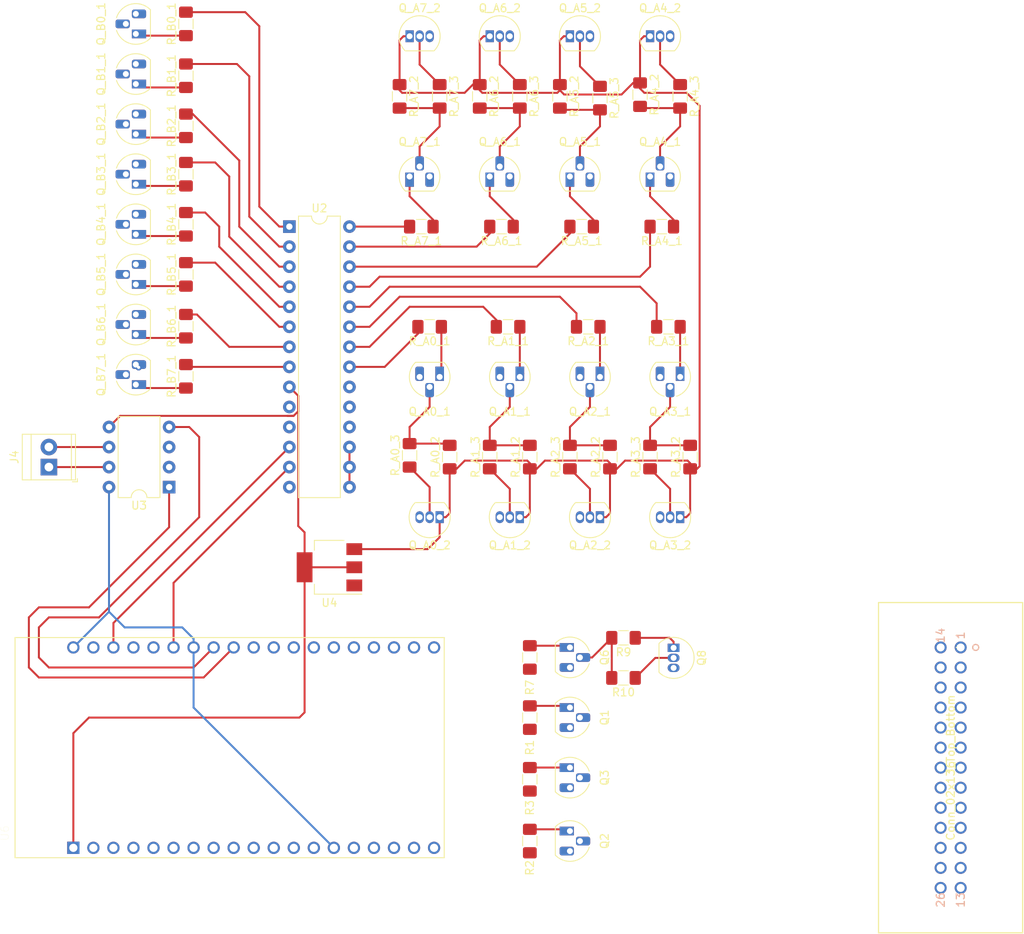
<source format=kicad_pcb>
(kicad_pcb (version 20171130) (host pcbnew "(5.0.2)-1")
  (layers (0 F.Cu signal) (31 B.Cu signal) (34 B.Paste user) (35 F.Paste user) (36 B.SilkS user) (37 F.SilkS user) (38 B.Mask user) (39 F.Mask user) (44 Edge.Cuts user))
  (net 0 "")
  (net 1 GND)
  (net 2 "Net-(Q1-Pad1)")
  (net 3 "Net-(Q2-Pad1)")
  (net 4 "Net-(Q3-Pad1)")
  (net 5 "Net-(Q6-Pad1)")
  (net 6 "Net-(Q6-Pad2)")
  (net 7 +12V)
  (net 8 "Net-(Q8-Pad2)")
  (net 9 TemperatureOutput)
  (net 10 FuelOutput)
  (net 11 TachometerOutput)
  (net 12 +3V3)
  (net 13 ESP_CAN0_TX)
  (net 14 ESP_CAN0_RX)
  (net 15 "Net-(U2-Pad18)")
  (net 16 "Net-(U2-Pad19)")
  (net 17 "Net-(U2-Pad20)")
  (net 18 "Net-(U2-Pad11)")
  (net 19 "Net-(U2-Pad14)")
  (net 20 +5V)
  (net 21 "Net-(Q_A0_1-Pad1)")
  (net 22 "Net-(Q_A0_1-Pad2)")
  (net 23 "Net-(Q_A0_2-Pad2)")
  (net 24 "Net-(Q_A1_1-Pad2)")
  (net 25 "Net-(Q_A1_1-Pad1)")
  (net 26 "Net-(Q_A1_2-Pad2)")
  (net 27 "Net-(Q_A2_1-Pad2)")
  (net 28 "Net-(Q_A2_1-Pad1)")
  (net 29 "Net-(Q_A2_2-Pad2)")
  (net 30 "Net-(Q_A3_1-Pad1)")
  (net 31 "Net-(Q_A3_1-Pad2)")
  (net 32 "Net-(Q_A3_2-Pad2)")
  (net 33 "Net-(Q_A4_1-Pad2)")
  (net 34 "Net-(Q_A4_1-Pad1)")
  (net 35 "Net-(Q_A4_2-Pad2)")
  (net 36 "Net-(Q_A5_1-Pad1)")
  (net 37 "Net-(Q_A5_1-Pad2)")
  (net 38 "Net-(Q_A5_2-Pad2)")
  (net 39 "Net-(Q_A6_1-Pad2)")
  (net 40 "Net-(Q_A6_1-Pad1)")
  (net 41 "Net-(Q_A6_2-Pad2)")
  (net 42 "Net-(Q_A7_1-Pad1)")
  (net 43 "Net-(Q_A7_1-Pad2)")
  (net 44 "Net-(Q_A7_2-Pad2)")
  (net 45 "Net-(Q_B0_1-Pad1)")
  (net 46 "Net-(Q_B1_1-Pad1)")
  (net 47 "Net-(Q_B2_1-Pad1)")
  (net 48 "Net-(Q_B3_1-Pad1)")
  (net 49 "Net-(Q_B4_1-Pad1)")
  (net 50 "Net-(Q_B5_1-Pad1)")
  (net 51 "Net-(Q_B6_1-Pad1)")
  (net 52 "Net-(Q_B7_1-Pad1)")
  (net 53 "Net-(R_A0_1-Pad2)")
  (net 54 "Net-(R_A1_1-Pad2)")
  (net 55 "Net-(R_A2_1-Pad2)")
  (net 56 "Net-(R_A3_1-Pad2)")
  (net 57 "Net-(R_A4_1-Pad2)")
  (net 58 "Net-(R_A5_1-Pad2)")
  (net 59 "Net-(R_A6_1-Pad2)")
  (net 60 "Net-(R_A7_1-Pad2)")
  (net 61 "Net-(R_B0_1-Pad2)")
  (net 62 "Net-(R_B1_1-Pad2)")
  (net 63 "Net-(R_B2_1-Pad2)")
  (net 64 "Net-(R_B3_1-Pad2)")
  (net 65 "Net-(R_B4_1-Pad2)")
  (net 66 "Net-(R_B5_1-Pad2)")
  (net 67 "Net-(R_B6_1-Pad2)")
  (net 68 "Net-(R_B7_1-Pad2)")
  (net 69 I2C0_SDA)
  (net 70 I2C0_SCK)
  (net 71 SpeedometerSignal)
  (net 72 "Net-(U6-Pad2)")
  (net 73 "Net-(U6-Pad19)")
  (net 74 "Net-(U6-Pad3)")
  (net 75 "Net-(U6-Pad4)")
  (net 76 "Net-(U6-Pad5)")
  (net 77 "Net-(U6-Pad6)")
  (net 78 "Net-(U6-Pad7)")
  (net 79 "Net-(U6-Pad8)")
  (net 80 "Net-(U6-Pad9)")
  (net 81 "Net-(U6-Pad10)")
  (net 82 "Net-(U6-Pad11)")
  (net 83 "Net-(U6-Pad16)")
  (net 84 "Net-(U6-Pad17)")
  (net 85 "Net-(U6-Pad18)")
  (net 86 "Net-(U6-Pad21)")
  (net 87 "Net-(U6-Pad23)")
  (net 88 "Net-(U6-Pad24)")
  (net 89 "Net-(U6-Pad29)")
  (net 90 "Net-(U6-Pad30)")
  (net 91 "Net-(U6-Pad31)")
  (net 92 "Net-(U6-Pad32)")
  (net 93 "Net-(U6-Pad33)")
  (net 94 "Net-(U6-Pad34)")
  (net 95 "Net-(U6-Pad36)")
  (net 96 "Net-(U6-Pad37)")
  (net 97 "Net-(U6-Pad38)")
  (net 98 CAN0_L)
  (net 99 CAN0_H)
  (net 100 A0_SourceOutput)
  (net 101 A1_SourceOutput)
  (net 102 A2_SourceOutput)
  (net 103 A3_SourceOutput)
  (net 104 A4_SourceOutput)
  (net 105 A5_SourceOutput)
  (net 106 A6_SourceOutput)
  (net 107 A7_SourceOutput)
  (net 108 TempGauge)
  (net 109 FuelGauge)
  (net 110 Tachometer)
  (net 111 Speedometer)
  (net 112 B0_SinkOutput)
  (net 113 B1_SinkOutput)
  (net 114 B2_SinkOutput)
  (net 115 B3_SinkOutput)
  (net 116 B4_SinkOutput)
  (net 117 B5_SinkOutput)
  (net 118 B6_SinkOutput)
  (net 119 B7_SinkOutput)
  (module MODULE_ESP32-DEVKITC-32D (layer F.Cu) (at 135.89 116.84 90)
    (fp_text reference U6 (at -10.829175 -28.446045 90) (layer F.SilkS) (effects (font (size 1.000386 1.000386) (thickness 0.015))))
    (fp_text value ESP32-DEVKITC-32D)
    (pad 1 thru_hole rect (at -12.7 -19.76 90) (size 1.56 1.56) (drill 1.04) (layers *.Cu *.Mask) (net 12 +3V3))
    (pad 2 thru_hole circle (at -12.7 -17.22 90) (size 1.56 1.56) (drill 1.04) (layers *.Cu *.Mask) (net 72 "Net-(U6-Pad2)"))
    (pad 19 thru_hole circle (at -12.7 25.96 90) (size 1.56 1.56) (drill 1.04) (layers *.Cu *.Mask) (net 73 "Net-(U6-Pad19)"))
    (pad 3 thru_hole circle (at -12.7 -14.68 90) (size 1.56 1.56) (drill 1.04) (layers *.Cu *.Mask) (net 74 "Net-(U6-Pad3)"))
    (pad 4 thru_hole circle (at -12.7 -12.14 90) (size 1.56 1.56) (drill 1.04) (layers *.Cu *.Mask) (net 75 "Net-(U6-Pad4)"))
    (pad 5 thru_hole circle (at -12.7 -9.6 90) (size 1.56 1.56) (drill 1.04) (layers *.Cu *.Mask) (net 76 "Net-(U6-Pad5)"))
    (pad 6 thru_hole circle (at -12.7 -7.06 90) (size 1.56 1.56) (drill 1.04) (layers *.Cu *.Mask) (net 77 "Net-(U6-Pad6)"))
    (pad 7 thru_hole circle (at -12.7 -4.52 90) (size 1.56 1.56) (drill 1.04) (layers *.Cu *.Mask) (net 78 "Net-(U6-Pad7)"))
    (pad 8 thru_hole circle (at -12.7 -1.98 90) (size 1.56 1.56) (drill 1.04) (layers *.Cu *.Mask) (net 79 "Net-(U6-Pad8)"))
    (pad 9 thru_hole circle (at -12.7 0.56 90) (size 1.56 1.56) (drill 1.04) (layers *.Cu *.Mask) (net 80 "Net-(U6-Pad9)"))
    (pad 10 thru_hole circle (at -12.7 3.1 90) (size 1.56 1.56) (drill 1.04) (layers *.Cu *.Mask) (net 81 "Net-(U6-Pad10)"))
    (pad 11 thru_hole circle (at -12.7 5.64 90) (size 1.56 1.56) (drill 1.04) (layers *.Cu *.Mask) (net 82 "Net-(U6-Pad11)"))
    (pad 12 thru_hole circle (at -12.7 8.18 90) (size 1.56 1.56) (drill 1.04) (layers *.Cu *.Mask) (net 10 FuelOutput))
    (pad 13 thru_hole circle (at -12.7 10.72 90) (size 1.56 1.56) (drill 1.04) (layers *.Cu *.Mask) (net 11 TachometerOutput))
    (pad 14 thru_hole circle (at -12.7 13.26 90) (size 1.56 1.56) (drill 1.04) (layers *.Cu *.Mask) (net 1 GND))
    (pad 15 thru_hole circle (at -12.7 15.8 90) (size 1.56 1.56) (drill 1.04) (layers *.Cu *.Mask) (net 71 SpeedometerSignal))
    (pad 16 thru_hole circle (at -12.7 18.34 90) (size 1.56 1.56) (drill 1.04) (layers *.Cu *.Mask) (net 83 "Net-(U6-Pad16)"))
    (pad 17 thru_hole circle (at -12.7 20.88 90) (size 1.56 1.56) (drill 1.04) (layers *.Cu *.Mask) (net 84 "Net-(U6-Pad17)"))
    (pad 18 thru_hole circle (at -12.7 23.42 90) (size 1.56 1.56) (drill 1.04) (layers *.Cu *.Mask) (net 85 "Net-(U6-Pad18)"))
    (pad 20 thru_hole circle (at 12.7 -19.76 90) (size 1.56 1.56) (drill 1.04) (layers *.Cu *.Mask) (net 1 GND))
    (pad 21 thru_hole circle (at 12.7 -17.22 90) (size 1.56 1.56) (drill 1.04) (layers *.Cu *.Mask) (net 86 "Net-(U6-Pad21)"))
    (pad 22 thru_hole circle (at 12.7 -14.68 90) (size 1.56 1.56) (drill 1.04) (layers *.Cu *.Mask) (net 70 I2C0_SCK))
    (pad 23 thru_hole circle (at 12.7 -12.14 90) (size 1.56 1.56) (drill 1.04) (layers *.Cu *.Mask) (net 87 "Net-(U6-Pad23)"))
    (pad 24 thru_hole circle (at 12.7 -9.6 90) (size 1.56 1.56) (drill 1.04) (layers *.Cu *.Mask) (net 88 "Net-(U6-Pad24)"))
    (pad 25 thru_hole circle (at 12.7 -7.06 90) (size 1.56 1.56) (drill 1.04) (layers *.Cu *.Mask) (net 69 I2C0_SDA))
    (pad 26 thru_hole circle (at 12.7 -4.52 90) (size 1.56 1.56) (drill 1.04) (layers *.Cu *.Mask) (net 1 GND))
    (pad 27 thru_hole circle (at 12.7 -1.98 90) (size 1.56 1.56) (drill 1.04) (layers *.Cu *.Mask) (net 14 ESP_CAN0_RX))
    (pad 28 thru_hole circle (at 12.7 0.56 90) (size 1.56 1.56) (drill 1.04) (layers *.Cu *.Mask) (net 13 ESP_CAN0_TX))
    (pad 29 thru_hole circle (at 12.7 3.1 90) (size 1.56 1.56) (drill 1.04) (layers *.Cu *.Mask) (net 89 "Net-(U6-Pad29)"))
    (pad 30 thru_hole circle (at 12.7 5.64 90) (size 1.56 1.56) (drill 1.04) (layers *.Cu *.Mask) (net 90 "Net-(U6-Pad30)"))
    (pad 31 thru_hole circle (at 12.7 8.18 90) (size 1.56 1.56) (drill 1.04) (layers *.Cu *.Mask) (net 91 "Net-(U6-Pad31)"))
    (pad 32 thru_hole circle (at 12.7 10.72 90) (size 1.56 1.56) (drill 1.04) (layers *.Cu *.Mask) (net 92 "Net-(U6-Pad32)"))
    (pad 33 thru_hole circle (at 12.7 13.26 90) (size 1.56 1.56) (drill 1.04) (layers *.Cu *.Mask) (net 93 "Net-(U6-Pad33)"))
    (pad 34 thru_hole circle (at 12.7 15.8 90) (size 1.56 1.56) (drill 1.04) (layers *.Cu *.Mask) (net 94 "Net-(U6-Pad34)"))
    (pad 35 thru_hole circle (at 12.7 18.34 90) (size 1.56 1.56) (drill 1.04) (layers *.Cu *.Mask) (net 9 TemperatureOutput))
    (pad 36 thru_hole circle (at 12.7 20.88 90) (size 1.56 1.56) (drill 1.04) (layers *.Cu *.Mask) (net 95 "Net-(U6-Pad36)"))
    (pad 37 thru_hole circle (at 12.7 23.42 90) (size 1.56 1.56) (drill 1.04) (layers *.Cu *.Mask) (net 96 "Net-(U6-Pad37)"))
    (pad 38 thru_hole circle (at 12.7 25.96 90) (size 1.56 1.56) (drill 1.04) (layers *.Cu *.Mask) (net 97 "Net-(U6-Pad38)"))
  )
  (module Package_TO_SOT_SMD:SOT-223-3_TabPin2 (layer F.Cu) (at 148.59 93.98 180)
    (fp_text reference U4 (at 0 -4.5 180) (layer F.SilkS))
    (fp_text value AP1117-33)
    (pad 1 smd rect (at -3.15 -2.3 180) (size 2 1.5) (layers F.Cu F.Paste F.Mask) (net 1 GND))
    (pad 3 smd rect (at -3.15 2.3 180) (size 2 1.5) (layers F.Cu F.Paste F.Mask) (net 7 +12V))
    (pad 2 smd rect (at -3.15 0 180) (size 2 1.5) (layers F.Cu F.Paste F.Mask) (net 12 +3V3))
    (pad 2 smd rect (at 3.15 0 180) (size 2 3.8) (layers F.Cu F.Paste F.Mask) (net 12 +3V3))
  )
  (module TerminalBlock_TE-Connectivity:TerminalBlock_TE_282834-2_1x02_P2.54mm_Horizontal (layer F.Cu) (at 113.03 81.28 90)
    (fp_text reference J4 (at 1.27 -4.37 90) (layer F.SilkS))
    (fp_text value Screw_Terminal_01x02)
    (pad 2 thru_hole circle (at 2.54 0 90) (size 2.1 2.1) (drill 1.1) (layers *.Cu *.Mask) (net 98 CAN0_L))
    (pad 1 thru_hole rect (at 0 0 90) (size 2.1 2.1) (drill 1.1) (layers *.Cu *.Mask) (net 99 CAN0_H))
  )
  (module Package_TO_SOT_THT:TO-92_HandSolder (layer F.Cu) (at 179.07 111.76 270)
    (fp_text reference Q1 (at 1.27 -4.4 270) (layer F.SilkS))
    (fp_text value 2N2222)
    (pad 1 thru_hole rect (at 0 0 270) (size 1.1 1.8) (drill 0.75 (offset 0 0.4)) (layers *.Cu *.Mask) (net 2 "Net-(Q1-Pad1)"))
    (pad 3 thru_hole roundrect (at 2.54 0 270) (size 1.1 1.8) (drill 0.75 (offset 0 0.4)) (layers *.Cu *.Mask) (net 1 GND))
    (pad 2 thru_hole roundrect (at 1.27 -1.27 270) (size 1.1 1.8) (drill 0.75 (offset 0 -0.4)) (layers *.Cu *.Mask) (net 108 TempGauge))
  )
  (module Package_TO_SOT_THT:TO-92_HandSolder (layer F.Cu) (at 179.07 127.412035 270)
    (fp_text reference Q2 (at 1.27 -4.4 90) (layer F.SilkS))
    (fp_text value 2N2222)
    (pad 1 thru_hole rect (at 0 0 270) (size 1.1 1.8) (drill 0.75 (offset 0 0.4)) (layers *.Cu *.Mask) (net 3 "Net-(Q2-Pad1)"))
    (pad 3 thru_hole roundrect (at 2.54 0 270) (size 1.1 1.8) (drill 0.75 (offset 0 0.4)) (layers *.Cu *.Mask) (net 1 GND))
    (pad 2 thru_hole roundrect (at 1.27 -1.27 270) (size 1.1 1.8) (drill 0.75 (offset 0 -0.4)) (layers *.Cu *.Mask) (net 109 FuelGauge))
  )
  (module Package_TO_SOT_THT:TO-92_HandSolder (layer F.Cu) (at 179.07 119.38 270)
    (fp_text reference Q3 (at 1.27 -4.4 270) (layer F.SilkS))
    (fp_text value 2N2222)
    (pad 1 thru_hole rect (at 0 0 270) (size 1.1 1.8) (drill 0.75 (offset 0 0.4)) (layers *.Cu *.Mask) (net 4 "Net-(Q3-Pad1)"))
    (pad 3 thru_hole roundrect (at 2.54 0 270) (size 1.1 1.8) (drill 0.75 (offset 0 0.4)) (layers *.Cu *.Mask) (net 1 GND))
    (pad 2 thru_hole roundrect (at 1.27 -1.27 270) (size 1.1 1.8) (drill 0.75 (offset 0 -0.4)) (layers *.Cu *.Mask) (net 111 Speedometer))
  )
  (module Package_TO_SOT_THT:TO-92_HandSolder (layer F.Cu) (at 179.07 104.14 270)
    (fp_text reference Q6 (at 1.27 -4.4 270) (layer F.SilkS))
    (fp_text value 2N2222)
    (pad 1 thru_hole rect (at 0 0 270) (size 1.1 1.8) (drill 0.75 (offset 0 0.4)) (layers *.Cu *.Mask) (net 5 "Net-(Q6-Pad1)"))
    (pad 3 thru_hole roundrect (at 2.54 0 270) (size 1.1 1.8) (drill 0.75 (offset 0 0.4)) (layers *.Cu *.Mask) (net 1 GND))
    (pad 2 thru_hole roundrect (at 1.27 -1.27 270) (size 1.1 1.8) (drill 0.75 (offset 0 -0.4)) (layers *.Cu *.Mask) (net 6 "Net-(Q6-Pad2)"))
  )
  (module Package_TO_SOT_THT:TO-92_Inline (layer F.Cu) (at 192.211836 104.193402 270)
    (fp_text reference Q8 (at 1.27 -3.56 270) (layer F.SilkS))
    (fp_text value 2N3906)
    (pad 1 thru_hole rect (at 0 0 270) (size 1.05 1.5) (drill 0.75) (layers *.Cu *.Mask) (net 7 +12V))
    (pad 3 thru_hole oval (at 2.54 0 270) (size 1.05 1.5) (drill 0.75) (layers *.Cu *.Mask) (net 110 Tachometer))
    (pad 2 thru_hole oval (at 1.27 0 270) (size 1.05 1.5) (drill 0.75) (layers *.Cu *.Mask) (net 8 "Net-(Q8-Pad2)"))
  )
  (module Package_TO_SOT_THT:TO-92_HandSolder (layer F.Cu) (at 162.56 69.85 180)
    (fp_text reference Q_A0_1 (at 1.27 -4.4) (layer F.SilkS))
    (fp_text value 2N2222)
    (pad 1 thru_hole rect (at 0 0 180) (size 1.1 1.8) (drill 0.75 (offset 0 0.4)) (layers *.Cu *.Mask) (net 21 "Net-(Q_A0_1-Pad1)"))
    (pad 3 thru_hole roundrect (at 2.54 0 180) (size 1.1 1.8) (drill 0.75 (offset 0 0.4)) (layers *.Cu *.Mask) (net 1 GND))
    (pad 2 thru_hole roundrect (at 1.27 -1.27 180) (size 1.1 1.8) (drill 0.75 (offset 0 -0.4)) (layers *.Cu *.Mask) (net 22 "Net-(Q_A0_1-Pad2)"))
  )
  (module Package_TO_SOT_THT:TO-92_Inline (layer F.Cu) (at 162.56 87.63 180)
    (fp_text reference Q_A0_2 (at 1.27 -3.56) (layer F.SilkS))
    (fp_text value 2N3906)
    (pad 1 thru_hole rect (at 0 0 180) (size 1.05 1.5) (drill 0.75) (layers *.Cu *.Mask) (net 7 +12V))
    (pad 3 thru_hole oval (at 2.54 0 180) (size 1.05 1.5) (drill 0.75) (layers *.Cu *.Mask) (net 100 A0_SourceOutput))
    (pad 2 thru_hole oval (at 1.27 0 180) (size 1.05 1.5) (drill 0.75) (layers *.Cu *.Mask) (net 23 "Net-(Q_A0_2-Pad2)"))
  )
  (module Package_TO_SOT_THT:TO-92_HandSolder (layer F.Cu) (at 172.72 69.85 180)
    (fp_text reference Q_A1_1 (at 1.27 -4.4) (layer F.SilkS))
    (fp_text value 2N2222)
    (pad 1 thru_hole rect (at 0 0 180) (size 1.1 1.8) (drill 0.75 (offset 0 0.4)) (layers *.Cu *.Mask) (net 25 "Net-(Q_A1_1-Pad1)"))
    (pad 3 thru_hole roundrect (at 2.54 0 180) (size 1.1 1.8) (drill 0.75 (offset 0 0.4)) (layers *.Cu *.Mask) (net 1 GND))
    (pad 2 thru_hole roundrect (at 1.27 -1.27 180) (size 1.1 1.8) (drill 0.75 (offset 0 -0.4)) (layers *.Cu *.Mask) (net 24 "Net-(Q_A1_1-Pad2)"))
  )
  (module Package_TO_SOT_THT:TO-92_Inline (layer F.Cu) (at 172.72 87.63 180)
    (fp_text reference Q_A1_2 (at 1.27 -3.56) (layer F.SilkS))
    (fp_text value 2N3906)
    (pad 1 thru_hole rect (at 0 0 180) (size 1.05 1.5) (drill 0.75) (layers *.Cu *.Mask) (net 7 +12V))
    (pad 3 thru_hole oval (at 2.54 0 180) (size 1.05 1.5) (drill 0.75) (layers *.Cu *.Mask) (net 101 A1_SourceOutput))
    (pad 2 thru_hole oval (at 1.27 0 180) (size 1.05 1.5) (drill 0.75) (layers *.Cu *.Mask) (net 26 "Net-(Q_A1_2-Pad2)"))
  )
  (module Package_TO_SOT_THT:TO-92_HandSolder (layer F.Cu) (at 182.88 69.85 180)
    (fp_text reference Q_A2_1 (at 1.27 -4.4) (layer F.SilkS))
    (fp_text value 2N2222)
    (pad 1 thru_hole rect (at 0 0 180) (size 1.1 1.8) (drill 0.75 (offset 0 0.4)) (layers *.Cu *.Mask) (net 28 "Net-(Q_A2_1-Pad1)"))
    (pad 3 thru_hole roundrect (at 2.54 0 180) (size 1.1 1.8) (drill 0.75 (offset 0 0.4)) (layers *.Cu *.Mask) (net 1 GND))
    (pad 2 thru_hole roundrect (at 1.27 -1.27 180) (size 1.1 1.8) (drill 0.75 (offset 0 -0.4)) (layers *.Cu *.Mask) (net 27 "Net-(Q_A2_1-Pad2)"))
  )
  (module Package_TO_SOT_THT:TO-92_Inline (layer F.Cu) (at 182.88 87.63 180)
    (fp_text reference Q_A2_2 (at 1.27 -3.56) (layer F.SilkS))
    (fp_text value 2N3906)
    (pad 1 thru_hole rect (at 0 0 180) (size 1.05 1.5) (drill 0.75) (layers *.Cu *.Mask) (net 7 +12V))
    (pad 3 thru_hole oval (at 2.54 0 180) (size 1.05 1.5) (drill 0.75) (layers *.Cu *.Mask) (net 102 A2_SourceOutput))
    (pad 2 thru_hole oval (at 1.27 0 180) (size 1.05 1.5) (drill 0.75) (layers *.Cu *.Mask) (net 29 "Net-(Q_A2_2-Pad2)"))
  )
  (module Package_TO_SOT_THT:TO-92_HandSolder (layer F.Cu) (at 193.04 69.85 180)
    (fp_text reference Q_A3_1 (at 1.27 -4.4) (layer F.SilkS))
    (fp_text value 2N2222)
    (pad 1 thru_hole rect (at 0 0 180) (size 1.1 1.8) (drill 0.75 (offset 0 0.4)) (layers *.Cu *.Mask) (net 30 "Net-(Q_A3_1-Pad1)"))
    (pad 3 thru_hole roundrect (at 2.54 0 180) (size 1.1 1.8) (drill 0.75 (offset 0 0.4)) (layers *.Cu *.Mask) (net 1 GND))
    (pad 2 thru_hole roundrect (at 1.27 -1.27 180) (size 1.1 1.8) (drill 0.75 (offset 0 -0.4)) (layers *.Cu *.Mask) (net 31 "Net-(Q_A3_1-Pad2)"))
  )
  (module Package_TO_SOT_THT:TO-92_Inline (layer F.Cu) (at 193.04 87.63 180)
    (fp_text reference Q_A3_2 (at 1.27 -3.56) (layer F.SilkS))
    (fp_text value 2N3906)
    (pad 1 thru_hole rect (at 0 0 180) (size 1.05 1.5) (drill 0.75) (layers *.Cu *.Mask) (net 7 +12V))
    (pad 3 thru_hole oval (at 2.54 0 180) (size 1.05 1.5) (drill 0.75) (layers *.Cu *.Mask) (net 103 A3_SourceOutput))
    (pad 2 thru_hole oval (at 1.27 0 180) (size 1.05 1.5) (drill 0.75) (layers *.Cu *.Mask) (net 32 "Net-(Q_A3_2-Pad2)"))
  )
  (module Package_TO_SOT_THT:TO-92_HandSolder (layer F.Cu) (at 189.23 44.45)
    (fp_text reference Q_A4_1 (at 1.27 -4.4) (layer F.SilkS))
    (fp_text value 2N2222)
    (pad 1 thru_hole rect (at 0 0) (size 1.1 1.8) (drill 0.75 (offset 0 0.4)) (layers *.Cu *.Mask) (net 34 "Net-(Q_A4_1-Pad1)"))
    (pad 3 thru_hole roundrect (at 2.54 0) (size 1.1 1.8) (drill 0.75 (offset 0 0.4)) (layers *.Cu *.Mask) (net 1 GND))
    (pad 2 thru_hole roundrect (at 1.27 -1.27) (size 1.1 1.8) (drill 0.75 (offset 0 -0.4)) (layers *.Cu *.Mask) (net 33 "Net-(Q_A4_1-Pad2)"))
  )
  (module Package_TO_SOT_THT:TO-92_Inline (layer F.Cu) (at 189.23 26.67)
    (fp_text reference Q_A4_2 (at 1.27 -3.56) (layer F.SilkS))
    (fp_text value 2N3906)
    (pad 1 thru_hole rect (at 0 0) (size 1.05 1.5) (drill 0.75) (layers *.Cu *.Mask) (net 7 +12V))
    (pad 3 thru_hole oval (at 2.54 0) (size 1.05 1.5) (drill 0.75) (layers *.Cu *.Mask) (net 104 A4_SourceOutput))
    (pad 2 thru_hole oval (at 1.27 0) (size 1.05 1.5) (drill 0.75) (layers *.Cu *.Mask) (net 35 "Net-(Q_A4_2-Pad2)"))
  )
  (module Package_TO_SOT_THT:TO-92_HandSolder (layer F.Cu) (at 179.07 44.45)
    (fp_text reference Q_A5_1 (at 1.27 -4.4) (layer F.SilkS))
    (fp_text value 2N2222)
    (pad 1 thru_hole rect (at 0 0) (size 1.1 1.8) (drill 0.75 (offset 0 0.4)) (layers *.Cu *.Mask) (net 36 "Net-(Q_A5_1-Pad1)"))
    (pad 3 thru_hole roundrect (at 2.54 0) (size 1.1 1.8) (drill 0.75 (offset 0 0.4)) (layers *.Cu *.Mask) (net 1 GND))
    (pad 2 thru_hole roundrect (at 1.27 -1.27) (size 1.1 1.8) (drill 0.75 (offset 0 -0.4)) (layers *.Cu *.Mask) (net 37 "Net-(Q_A5_1-Pad2)"))
  )
  (module Package_TO_SOT_THT:TO-92_Inline (layer F.Cu) (at 179.07 26.67)
    (fp_text reference Q_A5_2 (at 1.27 -3.56) (layer F.SilkS))
    (fp_text value 2N3906)
    (pad 1 thru_hole rect (at 0 0) (size 1.05 1.5) (drill 0.75) (layers *.Cu *.Mask) (net 7 +12V))
    (pad 3 thru_hole oval (at 2.54 0) (size 1.05 1.5) (drill 0.75) (layers *.Cu *.Mask) (net 105 A5_SourceOutput))
    (pad 2 thru_hole oval (at 1.27 0) (size 1.05 1.5) (drill 0.75) (layers *.Cu *.Mask) (net 38 "Net-(Q_A5_2-Pad2)"))
  )
  (module Package_TO_SOT_THT:TO-92_HandSolder (layer F.Cu) (at 168.91 44.45)
    (fp_text reference Q_A6_1 (at 1.27 -4.4) (layer F.SilkS))
    (fp_text value 2N2222)
    (pad 1 thru_hole rect (at 0 0) (size 1.1 1.8) (drill 0.75 (offset 0 0.4)) (layers *.Cu *.Mask) (net 40 "Net-(Q_A6_1-Pad1)"))
    (pad 3 thru_hole roundrect (at 2.54 0) (size 1.1 1.8) (drill 0.75 (offset 0 0.4)) (layers *.Cu *.Mask) (net 1 GND))
    (pad 2 thru_hole roundrect (at 1.27 -1.27) (size 1.1 1.8) (drill 0.75 (offset 0 -0.4)) (layers *.Cu *.Mask) (net 39 "Net-(Q_A6_1-Pad2)"))
  )
  (module Package_TO_SOT_THT:TO-92_Inline (layer F.Cu) (at 168.91 26.67)
    (fp_text reference Q_A6_2 (at 1.27 -3.56) (layer F.SilkS))
    (fp_text value 2N3906)
    (pad 1 thru_hole rect (at 0 0) (size 1.05 1.5) (drill 0.75) (layers *.Cu *.Mask) (net 7 +12V))
    (pad 3 thru_hole oval (at 2.54 0) (size 1.05 1.5) (drill 0.75) (layers *.Cu *.Mask) (net 106 A6_SourceOutput))
    (pad 2 thru_hole oval (at 1.27 0) (size 1.05 1.5) (drill 0.75) (layers *.Cu *.Mask) (net 41 "Net-(Q_A6_2-Pad2)"))
  )
  (module Package_TO_SOT_THT:TO-92_HandSolder (layer F.Cu) (at 158.75 44.45)
    (fp_text reference Q_A7_1 (at 1.27 -4.4) (layer F.SilkS))
    (fp_text value 2N2222)
    (pad 1 thru_hole rect (at 0 0) (size 1.1 1.8) (drill 0.75 (offset 0 0.4)) (layers *.Cu *.Mask) (net 42 "Net-(Q_A7_1-Pad1)"))
    (pad 3 thru_hole roundrect (at 2.54 0) (size 1.1 1.8) (drill 0.75 (offset 0 0.4)) (layers *.Cu *.Mask) (net 1 GND))
    (pad 2 thru_hole roundrect (at 1.27 -1.27) (size 1.1 1.8) (drill 0.75 (offset 0 -0.4)) (layers *.Cu *.Mask) (net 43 "Net-(Q_A7_1-Pad2)"))
  )
  (module Package_TO_SOT_THT:TO-92_Inline (layer F.Cu) (at 158.75 26.67)
    (fp_text reference Q_A7_2 (at 1.27 -3.56) (layer F.SilkS))
    (fp_text value 2N3906)
    (pad 1 thru_hole rect (at 0 0) (size 1.05 1.5) (drill 0.75) (layers *.Cu *.Mask) (net 7 +12V))
    (pad 3 thru_hole oval (at 2.54 0) (size 1.05 1.5) (drill 0.75) (layers *.Cu *.Mask) (net 107 A7_SourceOutput))
    (pad 2 thru_hole oval (at 1.27 0) (size 1.05 1.5) (drill 0.75) (layers *.Cu *.Mask) (net 44 "Net-(Q_A7_2-Pad2)"))
  )
  (module Package_TO_SOT_THT:TO-92_HandSolder (layer F.Cu) (at 124.050102 26.375796 90)
    (fp_text reference Q_B0_1 (at 1.27 -4.4 90) (layer F.SilkS))
    (fp_text value 2N2222)
    (pad 1 thru_hole rect (at 0 0 90) (size 1.1 1.8) (drill 0.75 (offset 0 0.4)) (layers *.Cu *.Mask) (net 45 "Net-(Q_B0_1-Pad1)"))
    (pad 3 thru_hole roundrect (at 2.54 0 90) (size 1.1 1.8) (drill 0.75 (offset 0 0.4)) (layers *.Cu *.Mask) (net 1 GND))
    (pad 2 thru_hole roundrect (at 1.27 -1.27 90) (size 1.1 1.8) (drill 0.75 (offset 0 -0.4)) (layers *.Cu *.Mask) (net 112 B0_SinkOutput))
  )
  (module Package_TO_SOT_THT:TO-92_HandSolder (layer F.Cu) (at 124.050102 32.725796 90)
    (fp_text reference Q_B1_1 (at 1.27 -4.4 90) (layer F.SilkS))
    (fp_text value 2N2222)
    (pad 1 thru_hole rect (at 0 0 90) (size 1.1 1.8) (drill 0.75 (offset 0 0.4)) (layers *.Cu *.Mask) (net 46 "Net-(Q_B1_1-Pad1)"))
    (pad 3 thru_hole roundrect (at 2.54 0 90) (size 1.1 1.8) (drill 0.75 (offset 0 0.4)) (layers *.Cu *.Mask) (net 1 GND))
    (pad 2 thru_hole roundrect (at 1.27 -1.27 90) (size 1.1 1.8) (drill 0.75 (offset 0 -0.4)) (layers *.Cu *.Mask) (net 113 B1_SinkOutput))
  )
  (module Package_TO_SOT_THT:TO-92_HandSolder (layer F.Cu) (at 124.050102 39.075796 90)
    (fp_text reference Q_B2_1 (at 1.27 -4.4 90) (layer F.SilkS))
    (fp_text value 2N2222)
    (pad 1 thru_hole rect (at 0 0 90) (size 1.1 1.8) (drill 0.75 (offset 0 0.4)) (layers *.Cu *.Mask) (net 47 "Net-(Q_B2_1-Pad1)"))
    (pad 3 thru_hole roundrect (at 2.54 0 90) (size 1.1 1.8) (drill 0.75 (offset 0 0.4)) (layers *.Cu *.Mask) (net 1 GND))
    (pad 2 thru_hole roundrect (at 1.27 -1.27 90) (size 1.1 1.8) (drill 0.75 (offset 0 -0.4)) (layers *.Cu *.Mask) (net 114 B2_SinkOutput))
  )
  (module Package_TO_SOT_THT:TO-92_HandSolder (layer F.Cu) (at 124.050102 45.425796 90)
    (fp_text reference Q_B3_1 (at 1.27 -4.4 90) (layer F.SilkS))
    (fp_text value 2N2222)
    (pad 1 thru_hole rect (at 0 0 90) (size 1.1 1.8) (drill 0.75 (offset 0 0.4)) (layers *.Cu *.Mask) (net 48 "Net-(Q_B3_1-Pad1)"))
    (pad 3 thru_hole roundrect (at 2.54 0 90) (size 1.1 1.8) (drill 0.75 (offset 0 0.4)) (layers *.Cu *.Mask) (net 1 GND))
    (pad 2 thru_hole roundrect (at 1.27 -1.27 90) (size 1.1 1.8) (drill 0.75 (offset 0 -0.4)) (layers *.Cu *.Mask) (net 115 B3_SinkOutput))
  )
  (module Package_TO_SOT_THT:TO-92_HandSolder (layer F.Cu) (at 124.050102 51.775796 90)
    (fp_text reference Q_B4_1 (at 1.27 -4.4 90) (layer F.SilkS))
    (fp_text value 2N2222)
    (pad 1 thru_hole rect (at 0 0 90) (size 1.1 1.8) (drill 0.75 (offset 0 0.4)) (layers *.Cu *.Mask) (net 49 "Net-(Q_B4_1-Pad1)"))
    (pad 3 thru_hole roundrect (at 2.54 0 90) (size 1.1 1.8) (drill 0.75 (offset 0 0.4)) (layers *.Cu *.Mask) (net 1 GND))
    (pad 2 thru_hole roundrect (at 1.27 -1.27 90) (size 1.1 1.8) (drill 0.75 (offset 0 -0.4)) (layers *.Cu *.Mask) (net 116 B4_SinkOutput))
  )
  (module Package_TO_SOT_THT:TO-92_HandSolder (layer F.Cu) (at 124.050102 58.125796 90)
    (fp_text reference Q_B5_1 (at 1.27 -4.4 90) (layer F.SilkS))
    (fp_text value 2N2222)
    (pad 1 thru_hole rect (at 0 0 90) (size 1.1 1.8) (drill 0.75 (offset 0 0.4)) (layers *.Cu *.Mask) (net 50 "Net-(Q_B5_1-Pad1)"))
    (pad 3 thru_hole roundrect (at 2.54 0 90) (size 1.1 1.8) (drill 0.75 (offset 0 0.4)) (layers *.Cu *.Mask) (net 1 GND))
    (pad 2 thru_hole roundrect (at 1.27 -1.27 90) (size 1.1 1.8) (drill 0.75 (offset 0 -0.4)) (layers *.Cu *.Mask) (net 117 B5_SinkOutput))
  )
  (module Package_TO_SOT_THT:TO-92_HandSolder (layer F.Cu) (at 124.050102 64.475796 90)
    (fp_text reference Q_B6_1 (at 1.27 -4.4 90) (layer F.SilkS))
    (fp_text value 2N2222)
    (pad 1 thru_hole rect (at 0 0 90) (size 1.1 1.8) (drill 0.75 (offset 0 0.4)) (layers *.Cu *.Mask) (net 51 "Net-(Q_B6_1-Pad1)"))
    (pad 3 thru_hole roundrect (at 2.54 0 90) (size 1.1 1.8) (drill 0.75 (offset 0 0.4)) (layers *.Cu *.Mask) (net 1 GND))
    (pad 2 thru_hole roundrect (at 1.27 -1.27 90) (size 1.1 1.8) (drill 0.75 (offset 0 -0.4)) (layers *.Cu *.Mask) (net 118 B6_SinkOutput))
  )
  (module Package_TO_SOT_THT:TO-92_HandSolder (layer F.Cu) (at 124.050102 70.825796 90)
    (fp_text reference Q_B7_1 (at 1.27 -4.4 90) (layer F.SilkS))
    (fp_text value 2N2222)
    (pad 1 thru_hole rect (at 0 0 90) (size 1.1 1.8) (drill 0.75 (offset 0 0.4)) (layers *.Cu *.Mask) (net 52 "Net-(Q_B7_1-Pad1)"))
    (pad 3 thru_hole roundrect (at 2.54 0 90) (size 1.1 1.8) (drill 0.75 (offset 0 0.4)) (layers *.Cu *.Mask) (net 1 GND))
    (pad 2 thru_hole roundrect (at 1.27 -1.27 90) (size 1.1 1.8) (drill 0.75 (offset 0 -0.4)) (layers *.Cu *.Mask) (net 119 B7_SinkOutput))
  )
  (module Resistor_SMD:R_1206_3216Metric_Pad1.42x1.75mm_HandSolder (layer F.Cu) (at 173.99 113.03 270)
    (fp_text reference R1 (at 3.81 0 90) (layer F.SilkS))
    (fp_text value 470)
    (pad 2 smd roundrect (at 1.4875 0 270) (size 1.425 1.75) (layers F.Cu F.Paste F.Mask) (roundrect_rratio 0.175439) (net 9 TemperatureOutput))
    (pad 1 smd roundrect (at -1.4875 0 270) (size 1.425 1.75) (layers F.Cu F.Paste F.Mask) (roundrect_rratio 0.175439) (net 2 "Net-(Q1-Pad1)"))
  )
  (module Resistor_SMD:R_1206_3216Metric_Pad1.42x1.75mm_HandSolder (layer F.Cu) (at 173.99 128.682035 270)
    (fp_text reference R2 (at 3.397965 0 90) (layer F.SilkS))
    (fp_text value 220)
    (pad 2 smd roundrect (at 1.4875 0 270) (size 1.425 1.75) (layers F.Cu F.Paste F.Mask) (roundrect_rratio 0.175439) (net 10 FuelOutput))
    (pad 1 smd roundrect (at -1.4875 0 270) (size 1.425 1.75) (layers F.Cu F.Paste F.Mask) (roundrect_rratio 0.175439) (net 3 "Net-(Q2-Pad1)"))
  )
  (module Resistor_SMD:R_1206_3216Metric_Pad1.42x1.75mm_HandSolder (layer F.Cu) (at 173.99 120.853182 270)
    (fp_text reference R3 (at 3.606818 0 90) (layer F.SilkS))
    (fp_text value 470)
    (pad 2 smd roundrect (at 1.4875 0 270) (size 1.425 1.75) (layers F.Cu F.Paste F.Mask) (roundrect_rratio 0.175439) (net 71 SpeedometerSignal))
    (pad 1 smd roundrect (at -1.4875 0 270) (size 1.425 1.75) (layers F.Cu F.Paste F.Mask) (roundrect_rratio 0.175439) (net 4 "Net-(Q3-Pad1)"))
  )
  (module Resistor_SMD:R_1206_3216Metric_Pad1.42x1.75mm_HandSolder (layer F.Cu) (at 173.99 105.41 270)
    (fp_text reference R7 (at 3.81 0 270) (layer F.SilkS))
    (fp_text value 4000)
    (pad 2 smd roundrect (at 1.4875 0 270) (size 1.425 1.75) (layers F.Cu F.Paste F.Mask) (roundrect_rratio 0.175439) (net 11 TachometerOutput))
    (pad 1 smd roundrect (at -1.4875 0 270) (size 1.425 1.75) (layers F.Cu F.Paste F.Mask) (roundrect_rratio 0.175439) (net 5 "Net-(Q6-Pad1)"))
  )
  (module Resistor_SMD:R_1206_3216Metric_Pad1.42x1.75mm_HandSolder (layer F.Cu) (at 185.861836 102.923402 180)
    (fp_text reference R9 (at 0 -1.82) (layer F.SilkS))
    (fp_text value 22000)
    (pad 2 smd roundrect (at 1.4875 0 180) (size 1.425 1.75) (layers F.Cu F.Paste F.Mask) (roundrect_rratio 0.175439) (net 6 "Net-(Q6-Pad2)"))
    (pad 1 smd roundrect (at -1.4875 0 180) (size 1.425 1.75) (layers F.Cu F.Paste F.Mask) (roundrect_rratio 0.175439) (net 7 +12V))
  )
  (module Resistor_SMD:R_1206_3216Metric_Pad1.42x1.75mm_HandSolder (layer F.Cu) (at 185.861836 108.003402 180)
    (fp_text reference R10 (at 0 -1.82) (layer F.SilkS))
    (fp_text value 4000)
    (pad 2 smd roundrect (at 1.4875 0 180) (size 1.425 1.75) (layers F.Cu F.Paste F.Mask) (roundrect_rratio 0.175439) (net 6 "Net-(Q6-Pad2)"))
    (pad 1 smd roundrect (at -1.4875 0 180) (size 1.425 1.75) (layers F.Cu F.Paste F.Mask) (roundrect_rratio 0.175439) (net 8 "Net-(Q8-Pad2)"))
  )
  (module Resistor_SMD:R_1206_3216Metric_Pad1.42x1.75mm_HandSolder (layer F.Cu) (at 161.29 63.5 180)
    (fp_text reference R_A0_1 (at 0 -1.82) (layer F.SilkS))
    (fp_text value 4000)
    (pad 2 smd roundrect (at 1.4875 0 180) (size 1.425 1.75) (layers F.Cu F.Paste F.Mask) (roundrect_rratio 0.175439) (net 53 "Net-(R_A0_1-Pad2)"))
    (pad 1 smd roundrect (at -1.4875 0 180) (size 1.425 1.75) (layers F.Cu F.Paste F.Mask) (roundrect_rratio 0.175439) (net 21 "Net-(Q_A0_1-Pad1)"))
  )
  (module Resistor_SMD:R_1206_3216Metric_Pad1.42x1.75mm_HandSolder (layer F.Cu) (at 163.83 80.01 90)
    (fp_text reference R_A0_2 (at 0 -1.82 270) (layer F.SilkS))
    (fp_text value 22000)
    (pad 2 smd roundrect (at 1.4875 0 90) (size 1.425 1.75) (layers F.Cu F.Paste F.Mask) (roundrect_rratio 0.175439) (net 22 "Net-(Q_A0_1-Pad2)"))
    (pad 1 smd roundrect (at -1.4875 0 90) (size 1.425 1.75) (layers F.Cu F.Paste F.Mask) (roundrect_rratio 0.175439) (net 7 +12V))
  )
  (module Resistor_SMD:R_1206_3216Metric_Pad1.42x1.75mm_HandSolder (layer F.Cu) (at 158.75 79.7925 90)
    (fp_text reference R_A0_3 (at 0 -1.82 270) (layer F.SilkS))
    (fp_text value 4000)
    (pad 2 smd roundrect (at 1.4875 0 90) (size 1.425 1.75) (layers F.Cu F.Paste F.Mask) (roundrect_rratio 0.175439) (net 22 "Net-(Q_A0_1-Pad2)"))
    (pad 1 smd roundrect (at -1.4875 0 90) (size 1.425 1.75) (layers F.Cu F.Paste F.Mask) (roundrect_rratio 0.175439) (net 23 "Net-(Q_A0_2-Pad2)"))
  )
  (module Resistor_SMD:R_1206_3216Metric_Pad1.42x1.75mm_HandSolder (layer F.Cu) (at 171.2325 63.5 180)
    (fp_text reference R_A1_1 (at 0 -1.82) (layer F.SilkS))
    (fp_text value 4000)
    (pad 2 smd roundrect (at 1.4875 0 180) (size 1.425 1.75) (layers F.Cu F.Paste F.Mask) (roundrect_rratio 0.175439) (net 54 "Net-(R_A1_1-Pad2)"))
    (pad 1 smd roundrect (at -1.4875 0 180) (size 1.425 1.75) (layers F.Cu F.Paste F.Mask) (roundrect_rratio 0.175439) (net 25 "Net-(Q_A1_1-Pad1)"))
  )
  (module Resistor_SMD:R_1206_3216Metric_Pad1.42x1.75mm_HandSolder (layer F.Cu) (at 173.99 80.01 90)
    (fp_text reference R_A1_2 (at 0 -1.82 270) (layer F.SilkS))
    (fp_text value 22000)
    (pad 2 smd roundrect (at 1.4875 0 90) (size 1.425 1.75) (layers F.Cu F.Paste F.Mask) (roundrect_rratio 0.175439) (net 24 "Net-(Q_A1_1-Pad2)"))
    (pad 1 smd roundrect (at -1.4875 0 90) (size 1.425 1.75) (layers F.Cu F.Paste F.Mask) (roundrect_rratio 0.175439) (net 7 +12V))
  )
  (module Resistor_SMD:R_1206_3216Metric_Pad1.42x1.75mm_HandSolder (layer F.Cu) (at 168.91 80.01 90)
    (fp_text reference R_A1_3 (at 0 -1.82 270) (layer F.SilkS))
    (fp_text value 4000)
    (pad 2 smd roundrect (at 1.4875 0 90) (size 1.425 1.75) (layers F.Cu F.Paste F.Mask) (roundrect_rratio 0.175439) (net 24 "Net-(Q_A1_1-Pad2)"))
    (pad 1 smd roundrect (at -1.4875 0 90) (size 1.425 1.75) (layers F.Cu F.Paste F.Mask) (roundrect_rratio 0.175439) (net 26 "Net-(Q_A1_2-Pad2)"))
  )
  (module Resistor_SMD:R_1206_3216Metric_Pad1.42x1.75mm_HandSolder (layer F.Cu) (at 181.3925 63.5 180)
    (fp_text reference R_A2_1 (at 0 -1.82) (layer F.SilkS))
    (fp_text value 4000)
    (pad 2 smd roundrect (at 1.4875 0 180) (size 1.425 1.75) (layers F.Cu F.Paste F.Mask) (roundrect_rratio 0.175439) (net 55 "Net-(R_A2_1-Pad2)"))
    (pad 1 smd roundrect (at -1.4875 0 180) (size 1.425 1.75) (layers F.Cu F.Paste F.Mask) (roundrect_rratio 0.175439) (net 28 "Net-(Q_A2_1-Pad1)"))
  )
  (module Resistor_SMD:R_1206_3216Metric_Pad1.42x1.75mm_HandSolder (layer F.Cu) (at 184.15 80.01 90)
    (fp_text reference R_A2_2 (at 0 -1.82 270) (layer F.SilkS))
    (fp_text value 22000)
    (pad 2 smd roundrect (at 1.4875 0 90) (size 1.425 1.75) (layers F.Cu F.Paste F.Mask) (roundrect_rratio 0.175439) (net 27 "Net-(Q_A2_1-Pad2)"))
    (pad 1 smd roundrect (at -1.4875 0 90) (size 1.425 1.75) (layers F.Cu F.Paste F.Mask) (roundrect_rratio 0.175439) (net 7 +12V))
  )
  (module Resistor_SMD:R_1206_3216Metric_Pad1.42x1.75mm_HandSolder (layer F.Cu) (at 179.07 80.01 90)
    (fp_text reference R_A2_3 (at 0 -1.82 270) (layer F.SilkS))
    (fp_text value 4000)
    (pad 2 smd roundrect (at 1.4875 0 90) (size 1.425 1.75) (layers F.Cu F.Paste F.Mask) (roundrect_rratio 0.175439) (net 27 "Net-(Q_A2_1-Pad2)"))
    (pad 1 smd roundrect (at -1.4875 0 90) (size 1.425 1.75) (layers F.Cu F.Paste F.Mask) (roundrect_rratio 0.175439) (net 29 "Net-(Q_A2_2-Pad2)"))
  )
  (module Resistor_SMD:R_1206_3216Metric_Pad1.42x1.75mm_HandSolder (layer F.Cu) (at 191.5525 63.5 180)
    (fp_text reference R_A3_1 (at 0 -1.82) (layer F.SilkS))
    (fp_text value 4000)
    (pad 2 smd roundrect (at 1.4875 0 180) (size 1.425 1.75) (layers F.Cu F.Paste F.Mask) (roundrect_rratio 0.175439) (net 56 "Net-(R_A3_1-Pad2)"))
    (pad 1 smd roundrect (at -1.4875 0 180) (size 1.425 1.75) (layers F.Cu F.Paste F.Mask) (roundrect_rratio 0.175439) (net 30 "Net-(Q_A3_1-Pad1)"))
  )
  (module Resistor_SMD:R_1206_3216Metric_Pad1.42x1.75mm_HandSolder (layer F.Cu) (at 194.31 80.01 90)
    (fp_text reference R_A3_2 (at 0 -1.82 270) (layer F.SilkS))
    (fp_text value 22000)
    (pad 2 smd roundrect (at 1.4875 0 90) (size 1.425 1.75) (layers F.Cu F.Paste F.Mask) (roundrect_rratio 0.175439) (net 31 "Net-(Q_A3_1-Pad2)"))
    (pad 1 smd roundrect (at -1.4875 0 90) (size 1.425 1.75) (layers F.Cu F.Paste F.Mask) (roundrect_rratio 0.175439) (net 7 +12V))
  )
  (module Resistor_SMD:R_1206_3216Metric_Pad1.42x1.75mm_HandSolder (layer F.Cu) (at 189.23 80.01 90)
    (fp_text reference R_A3_3 (at 0 -1.82 270) (layer F.SilkS))
    (fp_text value 4000)
    (pad 2 smd roundrect (at 1.4875 0 90) (size 1.425 1.75) (layers F.Cu F.Paste F.Mask) (roundrect_rratio 0.175439) (net 31 "Net-(Q_A3_1-Pad2)"))
    (pad 1 smd roundrect (at -1.4875 0 90) (size 1.425 1.75) (layers F.Cu F.Paste F.Mask) (roundrect_rratio 0.175439) (net 32 "Net-(Q_A3_2-Pad2)"))
  )
  (module Resistor_SMD:R_1206_3216Metric_Pad1.42x1.75mm_HandSolder (layer F.Cu) (at 190.7175 50.8 180)
    (fp_text reference R_A4_1 (at 0 -1.82) (layer F.SilkS))
    (fp_text value 4000)
    (pad 2 smd roundrect (at 1.4875 0 180) (size 1.425 1.75) (layers F.Cu F.Paste F.Mask) (roundrect_rratio 0.175439) (net 57 "Net-(R_A4_1-Pad2)"))
    (pad 1 smd roundrect (at -1.4875 0 180) (size 1.425 1.75) (layers F.Cu F.Paste F.Mask) (roundrect_rratio 0.175439) (net 34 "Net-(Q_A4_1-Pad1)"))
  )
  (module Resistor_SMD:R_1206_3216Metric_Pad1.42x1.75mm_HandSolder (layer F.Cu) (at 187.96 34.0725 270)
    (fp_text reference R_A4_2 (at 0 -1.82 270) (layer F.SilkS))
    (fp_text value 22000)
    (pad 2 smd roundrect (at 1.4875 0 270) (size 1.425 1.75) (layers F.Cu F.Paste F.Mask) (roundrect_rratio 0.175439) (net 33 "Net-(Q_A4_1-Pad2)"))
    (pad 1 smd roundrect (at -1.4875 0 270) (size 1.425 1.75) (layers F.Cu F.Paste F.Mask) (roundrect_rratio 0.175439) (net 7 +12V))
  )
  (module Resistor_SMD:R_1206_3216Metric_Pad1.42x1.75mm_HandSolder (layer F.Cu) (at 193.04 34.29 270)
    (fp_text reference R_A4_3 (at 0 -1.82 270) (layer F.SilkS))
    (fp_text value 4000)
    (pad 2 smd roundrect (at 1.4875 0 270) (size 1.425 1.75) (layers F.Cu F.Paste F.Mask) (roundrect_rratio 0.175439) (net 33 "Net-(Q_A4_1-Pad2)"))
    (pad 1 smd roundrect (at -1.4875 0 270) (size 1.425 1.75) (layers F.Cu F.Paste F.Mask) (roundrect_rratio 0.175439) (net 35 "Net-(Q_A4_2-Pad2)"))
  )
  (module Resistor_SMD:R_1206_3216Metric_Pad1.42x1.75mm_HandSolder (layer F.Cu) (at 180.5575 50.8 180)
    (fp_text reference R_A5_1 (at 0 -1.82) (layer F.SilkS))
    (fp_text value 4000)
    (pad 2 smd roundrect (at 1.4875 0 180) (size 1.425 1.75) (layers F.Cu F.Paste F.Mask) (roundrect_rratio 0.175439) (net 58 "Net-(R_A5_1-Pad2)"))
    (pad 1 smd roundrect (at -1.4875 0 180) (size 1.425 1.75) (layers F.Cu F.Paste F.Mask) (roundrect_rratio 0.175439) (net 36 "Net-(Q_A5_1-Pad1)"))
  )
  (module Resistor_SMD:R_1206_3216Metric_Pad1.42x1.75mm_HandSolder (layer F.Cu) (at 177.8 34.29 270)
    (fp_text reference R_A5_2 (at 0 -1.82 270) (layer F.SilkS))
    (fp_text value 22000)
    (pad 2 smd roundrect (at 1.4875 0 270) (size 1.425 1.75) (layers F.Cu F.Paste F.Mask) (roundrect_rratio 0.175439) (net 37 "Net-(Q_A5_1-Pad2)"))
    (pad 1 smd roundrect (at -1.4875 0 270) (size 1.425 1.75) (layers F.Cu F.Paste F.Mask) (roundrect_rratio 0.175439) (net 7 +12V))
  )
  (module Resistor_SMD:R_1206_3216Metric_Pad1.42x1.75mm_HandSolder (layer F.Cu) (at 182.88 34.5075 270)
    (fp_text reference R_A5_3 (at 0 -1.82 270) (layer F.SilkS))
    (fp_text value 4000)
    (pad 2 smd roundrect (at 1.4875 0 270) (size 1.425 1.75) (layers F.Cu F.Paste F.Mask) (roundrect_rratio 0.175439) (net 37 "Net-(Q_A5_1-Pad2)"))
    (pad 1 smd roundrect (at -1.4875 0 270) (size 1.425 1.75) (layers F.Cu F.Paste F.Mask) (roundrect_rratio 0.175439) (net 38 "Net-(Q_A5_2-Pad2)"))
  )
  (module Resistor_SMD:R_1206_3216Metric_Pad1.42x1.75mm_HandSolder (layer F.Cu) (at 170.3975 50.8 180)
    (fp_text reference R_A6_1 (at 0 -1.82) (layer F.SilkS))
    (fp_text value 4000)
    (pad 2 smd roundrect (at 1.4875 0 180) (size 1.425 1.75) (layers F.Cu F.Paste F.Mask) (roundrect_rratio 0.175439) (net 59 "Net-(R_A6_1-Pad2)"))
    (pad 1 smd roundrect (at -1.4875 0 180) (size 1.425 1.75) (layers F.Cu F.Paste F.Mask) (roundrect_rratio 0.175439) (net 40 "Net-(Q_A6_1-Pad1)"))
  )
  (module Resistor_SMD:R_1206_3216Metric_Pad1.42x1.75mm_HandSolder (layer F.Cu) (at 167.64 34.29 270)
    (fp_text reference R_A6_2 (at 0 -1.82 270) (layer F.SilkS))
    (fp_text value 22000)
    (pad 2 smd roundrect (at 1.4875 0 270) (size 1.425 1.75) (layers F.Cu F.Paste F.Mask) (roundrect_rratio 0.175439) (net 39 "Net-(Q_A6_1-Pad2)"))
    (pad 1 smd roundrect (at -1.4875 0 270) (size 1.425 1.75) (layers F.Cu F.Paste F.Mask) (roundrect_rratio 0.175439) (net 7 +12V))
  )
  (module Resistor_SMD:R_1206_3216Metric_Pad1.42x1.75mm_HandSolder (layer F.Cu) (at 172.72 34.29 270)
    (fp_text reference R_A6_3 (at 0 -1.82 270) (layer F.SilkS))
    (fp_text value 4000)
    (pad 2 smd roundrect (at 1.4875 0 270) (size 1.425 1.75) (layers F.Cu F.Paste F.Mask) (roundrect_rratio 0.175439) (net 39 "Net-(Q_A6_1-Pad2)"))
    (pad 1 smd roundrect (at -1.4875 0 270) (size 1.425 1.75) (layers F.Cu F.Paste F.Mask) (roundrect_rratio 0.175439) (net 41 "Net-(Q_A6_2-Pad2)"))
  )
  (module Resistor_SMD:R_1206_3216Metric_Pad1.42x1.75mm_HandSolder (layer F.Cu) (at 160.2375 50.8 180)
    (fp_text reference R_A7_1 (at 0 -1.82) (layer F.SilkS))
    (fp_text value 4000)
    (pad 2 smd roundrect (at 1.4875 0 180) (size 1.425 1.75) (layers F.Cu F.Paste F.Mask) (roundrect_rratio 0.175439) (net 60 "Net-(R_A7_1-Pad2)"))
    (pad 1 smd roundrect (at -1.4875 0 180) (size 1.425 1.75) (layers F.Cu F.Paste F.Mask) (roundrect_rratio 0.175439) (net 42 "Net-(Q_A7_1-Pad1)"))
  )
  (module Resistor_SMD:R_1206_3216Metric_Pad1.42x1.75mm_HandSolder (layer F.Cu) (at 157.48 34.29 270)
    (fp_text reference R_A7_2 (at 0 -1.82 270) (layer F.SilkS))
    (fp_text value 22000)
    (pad 2 smd roundrect (at 1.4875 0 270) (size 1.425 1.75) (layers F.Cu F.Paste F.Mask) (roundrect_rratio 0.175439) (net 43 "Net-(Q_A7_1-Pad2)"))
    (pad 1 smd roundrect (at -1.4875 0 270) (size 1.425 1.75) (layers F.Cu F.Paste F.Mask) (roundrect_rratio 0.175439) (net 7 +12V))
  )
  (module Resistor_SMD:R_1206_3216Metric_Pad1.42x1.75mm_HandSolder (layer F.Cu) (at 162.56 34.29 270)
    (fp_text reference R_A7_3 (at 0 -1.82 270) (layer F.SilkS))
    (fp_text value 4000)
    (pad 2 smd roundrect (at 1.4875 0 270) (size 1.425 1.75) (layers F.Cu F.Paste F.Mask) (roundrect_rratio 0.175439) (net 43 "Net-(Q_A7_1-Pad2)"))
    (pad 1 smd roundrect (at -1.4875 0 270) (size 1.425 1.75) (layers F.Cu F.Paste F.Mask) (roundrect_rratio 0.175439) (net 44 "Net-(Q_A7_2-Pad2)"))
  )
  (module Resistor_SMD:R_1206_3216Metric_Pad1.42x1.75mm_HandSolder (layer F.Cu) (at 130.400102 25.105796 90)
    (fp_text reference R_B0_1 (at 0 -1.82 90) (layer F.SilkS))
    (fp_text value 4000)
    (pad 2 smd roundrect (at 1.4875 0 90) (size 1.425 1.75) (layers F.Cu F.Paste F.Mask) (roundrect_rratio 0.175439) (net 61 "Net-(R_B0_1-Pad2)"))
    (pad 1 smd roundrect (at -1.4875 0 90) (size 1.425 1.75) (layers F.Cu F.Paste F.Mask) (roundrect_rratio 0.175439) (net 45 "Net-(Q_B0_1-Pad1)"))
  )
  (module Resistor_SMD:R_1206_3216Metric_Pad1.42x1.75mm_HandSolder (layer F.Cu) (at 130.400102 31.673296 90)
    (fp_text reference R_B1_1 (at 0 -1.82 90) (layer F.SilkS))
    (fp_text value 4000)
    (pad 2 smd roundrect (at 1.4875 0 90) (size 1.425 1.75) (layers F.Cu F.Paste F.Mask) (roundrect_rratio 0.175439) (net 62 "Net-(R_B1_1-Pad2)"))
    (pad 1 smd roundrect (at -1.4875 0 90) (size 1.425 1.75) (layers F.Cu F.Paste F.Mask) (roundrect_rratio 0.175439) (net 46 "Net-(Q_B1_1-Pad1)"))
  )
  (module Resistor_SMD:R_1206_3216Metric_Pad1.42x1.75mm_HandSolder (layer F.Cu) (at 130.400102 38.023296 90)
    (fp_text reference R_B2_1 (at 0 -1.82 90) (layer F.SilkS))
    (fp_text value 4000)
    (pad 2 smd roundrect (at 1.4875 0 90) (size 1.425 1.75) (layers F.Cu F.Paste F.Mask) (roundrect_rratio 0.175439) (net 63 "Net-(R_B2_1-Pad2)"))
    (pad 1 smd roundrect (at -1.4875 0 90) (size 1.425 1.75) (layers F.Cu F.Paste F.Mask) (roundrect_rratio 0.175439) (net 47 "Net-(Q_B2_1-Pad1)"))
  )
  (module Resistor_SMD:R_1206_3216Metric_Pad1.42x1.75mm_HandSolder (layer F.Cu) (at 130.400102 44.155796 90)
    (fp_text reference R_B3_1 (at 0 -1.82 90) (layer F.SilkS))
    (fp_text value 4000)
    (pad 2 smd roundrect (at 1.4875 0 90) (size 1.425 1.75) (layers F.Cu F.Paste F.Mask) (roundrect_rratio 0.175439) (net 64 "Net-(R_B3_1-Pad2)"))
    (pad 1 smd roundrect (at -1.4875 0 90) (size 1.425 1.75) (layers F.Cu F.Paste F.Mask) (roundrect_rratio 0.175439) (net 48 "Net-(Q_B3_1-Pad1)"))
  )
  (module Resistor_SMD:R_1206_3216Metric_Pad1.42x1.75mm_HandSolder (layer F.Cu) (at 130.400102 50.505796 90)
    (fp_text reference R_B4_1 (at 0 -1.82 90) (layer F.SilkS))
    (fp_text value 4000)
    (pad 2 smd roundrect (at 1.4875 0 90) (size 1.425 1.75) (layers F.Cu F.Paste F.Mask) (roundrect_rratio 0.175439) (net 65 "Net-(R_B4_1-Pad2)"))
    (pad 1 smd roundrect (at -1.4875 0 90) (size 1.425 1.75) (layers F.Cu F.Paste F.Mask) (roundrect_rratio 0.175439) (net 49 "Net-(Q_B4_1-Pad1)"))
  )
  (module Resistor_SMD:R_1206_3216Metric_Pad1.42x1.75mm_HandSolder (layer F.Cu) (at 130.400102 56.855796 90)
    (fp_text reference R_B5_1 (at 0 -1.82 90) (layer F.SilkS))
    (fp_text value 4000)
    (pad 2 smd roundrect (at 1.4875 0 90) (size 1.425 1.75) (layers F.Cu F.Paste F.Mask) (roundrect_rratio 0.175439) (net 66 "Net-(R_B5_1-Pad2)"))
    (pad 1 smd roundrect (at -1.4875 0 90) (size 1.425 1.75) (layers F.Cu F.Paste F.Mask) (roundrect_rratio 0.175439) (net 50 "Net-(Q_B5_1-Pad1)"))
  )
  (module Resistor_SMD:R_1206_3216Metric_Pad1.42x1.75mm_HandSolder (layer F.Cu) (at 130.400102 63.423296 90)
    (fp_text reference R_B6_1 (at 0 -1.82 90) (layer F.SilkS))
    (fp_text value 4000)
    (pad 2 smd roundrect (at 1.4875 0 90) (size 1.425 1.75) (layers F.Cu F.Paste F.Mask) (roundrect_rratio 0.175439) (net 67 "Net-(R_B6_1-Pad2)"))
    (pad 1 smd roundrect (at -1.4875 0 90) (size 1.425 1.75) (layers F.Cu F.Paste F.Mask) (roundrect_rratio 0.175439) (net 51 "Net-(Q_B6_1-Pad1)"))
  )
  (module Resistor_SMD:R_1206_3216Metric_Pad1.42x1.75mm_HandSolder (layer F.Cu) (at 130.400102 69.773296 90)
    (fp_text reference R_B7_1 (at 0 -1.82 90) (layer F.SilkS))
    (fp_text value 4000)
    (pad 2 smd roundrect (at 1.4875 0 90) (size 1.425 1.75) (layers F.Cu F.Paste F.Mask) (roundrect_rratio 0.175439) (net 68 "Net-(R_B7_1-Pad2)"))
    (pad 1 smd roundrect (at -1.4875 0 90) (size 1.425 1.75) (layers F.Cu F.Paste F.Mask) (roundrect_rratio 0.175439) (net 52 "Net-(Q_B7_1-Pad1)"))
  )
  (module Package_DIP:DIP-28_W7.62mm (layer F.Cu) (at 143.51 50.8)
    (fp_text reference U2 (at 3.81 -2.33) (layer F.SilkS))
    (fp_text value MCP23017_SP)
    (pad 28 thru_hole oval (at 7.62 0) (size 1.6 1.6) (drill 0.8) (layers *.Cu *.Mask) (net 60 "Net-(R_A7_1-Pad2)"))
    (pad 14 thru_hole oval (at 0 33.02) (size 1.6 1.6) (drill 0.8) (layers *.Cu *.Mask) (net 19 "Net-(U2-Pad14)"))
    (pad 27 thru_hole oval (at 7.62 2.54) (size 1.6 1.6) (drill 0.8) (layers *.Cu *.Mask) (net 59 "Net-(R_A6_1-Pad2)"))
    (pad 13 thru_hole oval (at 0 30.48) (size 1.6 1.6) (drill 0.8) (layers *.Cu *.Mask) (net 69 I2C0_SDA))
    (pad 26 thru_hole oval (at 7.62 5.08) (size 1.6 1.6) (drill 0.8) (layers *.Cu *.Mask) (net 58 "Net-(R_A5_1-Pad2)"))
    (pad 12 thru_hole oval (at 0 27.94) (size 1.6 1.6) (drill 0.8) (layers *.Cu *.Mask) (net 70 I2C0_SCK))
    (pad 25 thru_hole oval (at 7.62 7.62) (size 1.6 1.6) (drill 0.8) (layers *.Cu *.Mask) (net 57 "Net-(R_A4_1-Pad2)"))
    (pad 11 thru_hole oval (at 0 25.4) (size 1.6 1.6) (drill 0.8) (layers *.Cu *.Mask) (net 18 "Net-(U2-Pad11)"))
    (pad 24 thru_hole oval (at 7.62 10.16) (size 1.6 1.6) (drill 0.8) (layers *.Cu *.Mask) (net 56 "Net-(R_A3_1-Pad2)"))
    (pad 10 thru_hole oval (at 0 22.86) (size 1.6 1.6) (drill 0.8) (layers *.Cu *.Mask) (net 1 GND))
    (pad 23 thru_hole oval (at 7.62 12.7) (size 1.6 1.6) (drill 0.8) (layers *.Cu *.Mask) (net 55 "Net-(R_A2_1-Pad2)"))
    (pad 9 thru_hole oval (at 0 20.32) (size 1.6 1.6) (drill 0.8) (layers *.Cu *.Mask) (net 12 +3V3))
    (pad 22 thru_hole oval (at 7.62 15.24) (size 1.6 1.6) (drill 0.8) (layers *.Cu *.Mask) (net 54 "Net-(R_A1_1-Pad2)"))
    (pad 8 thru_hole oval (at 0 17.78) (size 1.6 1.6) (drill 0.8) (layers *.Cu *.Mask) (net 68 "Net-(R_B7_1-Pad2)"))
    (pad 21 thru_hole oval (at 7.62 17.78) (size 1.6 1.6) (drill 0.8) (layers *.Cu *.Mask) (net 53 "Net-(R_A0_1-Pad2)"))
    (pad 7 thru_hole oval (at 0 15.24) (size 1.6 1.6) (drill 0.8) (layers *.Cu *.Mask) (net 67 "Net-(R_B6_1-Pad2)"))
    (pad 20 thru_hole oval (at 7.62 20.32) (size 1.6 1.6) (drill 0.8) (layers *.Cu *.Mask) (net 17 "Net-(U2-Pad20)"))
    (pad 6 thru_hole oval (at 0 12.7) (size 1.6 1.6) (drill 0.8) (layers *.Cu *.Mask) (net 66 "Net-(R_B5_1-Pad2)"))
    (pad 19 thru_hole oval (at 7.62 22.86) (size 1.6 1.6) (drill 0.8) (layers *.Cu *.Mask) (net 16 "Net-(U2-Pad19)"))
    (pad 5 thru_hole oval (at 0 10.16) (size 1.6 1.6) (drill 0.8) (layers *.Cu *.Mask) (net 65 "Net-(R_B4_1-Pad2)"))
    (pad 18 thru_hole oval (at 7.62 25.4) (size 1.6 1.6) (drill 0.8) (layers *.Cu *.Mask) (net 15 "Net-(U2-Pad18)"))
    (pad 4 thru_hole oval (at 0 7.62) (size 1.6 1.6) (drill 0.8) (layers *.Cu *.Mask) (net 64 "Net-(R_B3_1-Pad2)"))
    (pad 17 thru_hole oval (at 7.62 27.94) (size 1.6 1.6) (drill 0.8) (layers *.Cu *.Mask) (net 1 GND))
    (pad 3 thru_hole oval (at 0 5.08) (size 1.6 1.6) (drill 0.8) (layers *.Cu *.Mask) (net 63 "Net-(R_B2_1-Pad2)"))
    (pad 16 thru_hole oval (at 7.62 30.48) (size 1.6 1.6) (drill 0.8) (layers *.Cu *.Mask) (net 1 GND))
    (pad 2 thru_hole oval (at 0 2.54) (size 1.6 1.6) (drill 0.8) (layers *.Cu *.Mask) (net 62 "Net-(R_B1_1-Pad2)"))
    (pad 15 thru_hole oval (at 7.62 33.02) (size 1.6 1.6) (drill 0.8) (layers *.Cu *.Mask) (net 1 GND))
    (pad 1 thru_hole rect (at 0 0) (size 1.6 1.6) (drill 0.8) (layers *.Cu *.Mask) (net 61 "Net-(R_B0_1-Pad2)"))
  )
  (module Package_DIP:DIP-8_W7.62mm (layer F.Cu) (at 128.27 83.82 180)
    (fp_text reference U3 (at 3.81 -2.33) (layer F.SilkS))
    (fp_text value MCP2562-E-P)
    (pad 8 thru_hole oval (at 7.62 0 180) (size 1.6 1.6) (drill 0.8) (layers *.Cu *.Mask) (net 1 GND))
    (pad 4 thru_hole oval (at 0 7.62 180) (size 1.6 1.6) (drill 0.8) (layers *.Cu *.Mask) (net 14 ESP_CAN0_RX))
    (pad 7 thru_hole oval (at 7.62 2.54 180) (size 1.6 1.6) (drill 0.8) (layers *.Cu *.Mask) (net 99 CAN0_H))
    (pad 3 thru_hole oval (at 0 5.08 180) (size 1.6 1.6) (drill 0.8) (layers *.Cu *.Mask) (net 20 +5V))
    (pad 6 thru_hole oval (at 7.62 5.08 180) (size 1.6 1.6) (drill 0.8) (layers *.Cu *.Mask) (net 98 CAN0_L))
    (pad 2 thru_hole oval (at 0 2.54 180) (size 1.6 1.6) (drill 0.8) (layers *.Cu *.Mask) (net 1 GND))
    (pad 5 thru_hole oval (at 7.62 7.62 180) (size 1.6 1.6) (drill 0.8) (layers *.Cu *.Mask) (net 12 +3V3))
    (pad 1 thru_hole rect (at 0 0 180) (size 1.6 1.6) (drill 0.8) (layers *.Cu *.Mask) (net 13 ESP_CAN0_TX))
  )
  (module pcb-design:Connector_TE_827881-1 (layer F.Cu) (at 228.6 104.14 270)
    (fp_text reference J6 (at 15.24 1.27 270) (layer F.SilkS))
    (fp_text value Conn_02x13_Top_Bottom (at 15.24 1.27 270) (layer F.SilkS))
    (fp_text user 26 (at 32.004 2.54 270) (layer B.SilkS))
    (fp_text user 13 (at 32.004 0 270) (layer B.SilkS))
    (fp_text user 14 (at -1.524 2.54 270) (layer B.SilkS))
    (fp_text user 1 (at -1.524 0 270) (layer B.SilkS))
    (fp_text user 26 (at 32.004 2.54 270) (layer F.SilkS))
    (fp_text user 13 (at 32.004 0 270) (layer F.SilkS))
    (fp_text user 14 (at -1.524 2.54 270) (layer F.SilkS))
    (fp_text user 1 (at -1.524 0 270) (layer F.SilkS))
    (fp_text user * (at 0 0 270) (layer F.SilkS))
    (pad 27 np_thru_hole circle (at 33.339999 -2.030001 270) (size 2.2098 2.2098) (drill 2.2098) (layers *.Cu *.Mask))
    (pad 26 thru_hole circle (at 30.48 2.54 270) (size 1.524 1.524) (drill 1.016) (layers *.Cu *.Mask) (net 1 GND))
    (pad 25 thru_hole circle (at 27.94 2.54 270) (size 1.524 1.524) (drill 1.016) (layers *.Cu *.Mask) (net 109 FuelGauge))
    (pad 24 thru_hole circle (at 25.4 2.54 270) (size 1.524 1.524) (drill 1.016) (layers *.Cu *.Mask) (net 111 Speedometer))
    (pad 23 thru_hole circle (at 22.86 2.54 270) (size 1.524 1.524) (drill 1.016) (layers *.Cu *.Mask) (net 110 Tachometer))
    (pad 22 thru_hole circle (at 20.32 2.54 270) (size 1.524 1.524) (drill 1.016) (layers *.Cu *.Mask) (net 108 TempGauge))
    (pad 21 thru_hole circle (at 17.78 2.54 270) (size 1.524 1.524) (drill 1.016) (layers *.Cu *.Mask) (net 119 B7_SinkOutput))
    (pad 20 thru_hole circle (at 15.24 2.54 270) (size 1.524 1.524) (drill 1.016) (layers *.Cu *.Mask) (net 118 B6_SinkOutput))
    (pad 19 thru_hole circle (at 12.7 2.54 270) (size 1.524 1.524) (drill 1.016) (layers *.Cu *.Mask) (net 117 B5_SinkOutput))
    (pad 18 thru_hole circle (at 10.16 2.54 270) (size 1.524 1.524) (drill 1.016) (layers *.Cu *.Mask) (net 116 B4_SinkOutput))
    (pad 17 thru_hole circle (at 7.62 2.54 270) (size 1.524 1.524) (drill 1.016) (layers *.Cu *.Mask) (net 115 B3_SinkOutput))
    (pad 16 thru_hole circle (at 5.08 2.54 270) (size 1.524 1.524) (drill 1.016) (layers *.Cu *.Mask) (net 114 B2_SinkOutput))
    (pad 15 thru_hole circle (at 2.54 2.54 270) (size 1.524 1.524) (drill 1.016) (layers *.Cu *.Mask) (net 113 B1_SinkOutput))
    (pad 14 thru_hole circle (at 0 2.54 270) (size 1.524 1.524) (drill 1.016) (layers *.Cu *.Mask) (net 112 B0_SinkOutput))
    (pad 13 thru_hole circle (at 30.48 0 270) (size 1.524 1.524) (drill 1.016) (layers *.Cu *.Mask) (net 7 +12V))
    (pad 12 thru_hole circle (at 27.94 0 270) (size 1.524 1.524) (drill 1.016) (layers *.Cu *.Mask) (net 1 GND))
    (pad 11 thru_hole circle (at 25.4 0 270) (size 1.524 1.524) (drill 1.016) (layers *.Cu *.Mask) (net 98 CAN0_L))
    (pad 10 thru_hole circle (at 22.86 0 270) (size 1.524 1.524) (drill 1.016) (layers *.Cu *.Mask) (net 99 CAN0_H))
    (pad 9 thru_hole circle (at 20.32 0 270) (size 1.524 1.524) (drill 1.016) (layers *.Cu *.Mask) (net 1 GND))
    (pad 8 thru_hole circle (at 17.78 0 270) (size 1.524 1.524) (drill 1.016) (layers *.Cu *.Mask) (net 107 A7_SourceOutput))
    (pad 7 thru_hole circle (at 15.24 0 270) (size 1.524 1.524) (drill 1.016) (layers *.Cu *.Mask) (net 106 A6_SourceOutput))
    (pad 6 thru_hole circle (at 12.7 0 270) (size 1.524 1.524) (drill 1.016) (layers *.Cu *.Mask) (net 105 A5_SourceOutput))
    (pad 5 thru_hole circle (at 10.16 0 270) (size 1.524 1.524) (drill 1.016) (layers *.Cu *.Mask) (net 104 A4_SourceOutput))
    (pad 4 thru_hole circle (at 7.62 0 270) (size 1.524 1.524) (drill 1.016) (layers *.Cu *.Mask) (net 103 A3_SourceOutput))
    (pad 3 thru_hole circle (at 5.08 0 270) (size 1.524 1.524) (drill 1.016) (layers *.Cu *.Mask) (net 102 A2_SourceOutput))
    (pad 2 thru_hole circle (at 2.54 0 270) (size 1.524 1.524) (drill 1.016) (layers *.Cu *.Mask) (net 101 A1_SourceOutput))
    (pad 1 thru_hole circle (at 0 0 270) (size 1.524 1.524) (drill 1.016) (layers *.Cu *.Mask) (net 100 A0_SourceOutput))
  )
  (segment (start 151.13 78.74) (end 151.13 81.28) (width 0.25) (layer F.Cu) (net 1))
  (segment (start 151.13 83.82) (end 151.13 81.28) (width 0.25) (layer F.Cu) (net 1))
  (segment (start 124.402153 68.637847) (end 124.050102 68.285796) (width 0.25) (layer F.Cu) (net 1))
  (via (at 124.402153 68.637847) (size 0.8) (drill 0.4) (layers F.Cu B.Cu) (net 1))
  (segment (start 190.5 69.21931) (end 190.5 69.85) (width 0.25) (layer F.Cu) (net 1))
  (segment (start 180.34 69.21931) (end 180.34 69.85) (width 0.25) (layer F.Cu) (net 1))
  (segment (start 170.18 69.00181) (end 170.18 69.85) (width 0.25) (layer F.Cu) (net 1))
  (segment (start 120.65 99.62) (end 116.13 104.14) (width 0.25) (layer B.Cu) (net 1))
  (segment (start 120.65 83.82) (end 120.65 99.62) (width 0.25) (layer B.Cu) (net 1))
  (segment (start 131.37 103.036914) (end 129.933086 101.6) (width 0.25) (layer B.Cu) (net 1))
  (segment (start 131.37 104.14) (end 131.37 103.036914) (width 0.25) (layer B.Cu) (net 1))
  (segment (start 122.63 101.6) (end 120.65 99.62) (width 0.25) (layer B.Cu) (net 1))
  (segment (start 129.933086 101.6) (end 122.63 101.6) (width 0.25) (layer B.Cu) (net 1))
  (segment (start 131.37 111.76) (end 149.15 129.54) (width 0.25) (layer B.Cu) (net 1))
  (segment (start 131.37 104.14) (end 131.37 111.76) (width 0.25) (layer B.Cu) (net 1))
  (segment (start 178.8525 111.5425) (end 179.07 111.76) (width 0.25) (layer F.Cu) (net 2))
  (segment (start 173.99 111.5425) (end 178.8525 111.5425) (width 0.25) (layer F.Cu) (net 2))
  (segment (start 178.8525 127.194535) (end 179.07 127.412035) (width 0.25) (layer F.Cu) (net 3))
  (segment (start 173.99 127.194535) (end 178.8525 127.194535) (width 0.25) (layer F.Cu) (net 3))
  (segment (start 179.055682 119.365682) (end 179.07 119.38) (width 0.25) (layer F.Cu) (net 4))
  (segment (start 173.99 119.365682) (end 179.055682 119.365682) (width 0.25) (layer F.Cu) (net 4))
  (segment (start 178.8525 103.9225) (end 179.07 104.14) (width 0.25) (layer F.Cu) (net 5))
  (segment (start 173.99 103.9225) (end 178.8525 103.9225) (width 0.25) (layer F.Cu) (net 5))
  (segment (start 184.374336 102.923402) (end 184.374336 108.003402) (width 0.25) (layer F.Cu) (net 6))
  (segment (start 181.887738 105.41) (end 184.374336 102.923402) (width 0.25) (layer F.Cu) (net 6))
  (segment (start 180.34 105.41) (end 181.887738 105.41) (width 0.25) (layer F.Cu) (net 6))
  (segment (start 163.335 87.63) (end 162.56 87.63) (width 0.25) (layer F.Cu) (net 7))
  (segment (start 163.83 87.135) (end 163.335 87.63) (width 0.25) (layer F.Cu) (net 7))
  (segment (start 163.83 81.4975) (end 163.83 87.135) (width 0.25) (layer F.Cu) (net 7))
  (segment (start 173.495 87.63) (end 172.72 87.63) (width 0.25) (layer F.Cu) (net 7))
  (segment (start 173.99 87.135) (end 173.495 87.63) (width 0.25) (layer F.Cu) (net 7))
  (segment (start 173.99 81.4975) (end 173.99 87.135) (width 0.25) (layer F.Cu) (net 7))
  (segment (start 183.655 87.63) (end 182.88 87.63) (width 0.25) (layer F.Cu) (net 7))
  (segment (start 184.15 87.135) (end 183.655 87.63) (width 0.25) (layer F.Cu) (net 7))
  (segment (start 184.15 81.4975) (end 184.15 87.135) (width 0.25) (layer F.Cu) (net 7))
  (segment (start 193.815 87.63) (end 193.04 87.63) (width 0.25) (layer F.Cu) (net 7))
  (segment (start 194.31 87.135) (end 193.815 87.63) (width 0.25) (layer F.Cu) (net 7))
  (segment (start 194.31 81.4975) (end 194.31 87.135) (width 0.25) (layer F.Cu) (net 7))
  (segment (start 188.455 26.67) (end 189.23 26.67) (width 0.25) (layer F.Cu) (net 7))
  (segment (start 187.96 27.165) (end 188.455 26.67) (width 0.25) (layer F.Cu) (net 7))
  (segment (start 187.96 32.585) (end 187.96 27.165) (width 0.25) (layer F.Cu) (net 7))
  (segment (start 178.295 26.67) (end 179.07 26.67) (width 0.25) (layer F.Cu) (net 7))
  (segment (start 177.8 27.165) (end 178.295 26.67) (width 0.25) (layer F.Cu) (net 7))
  (segment (start 177.8 32.8025) (end 177.8 27.165) (width 0.25) (layer F.Cu) (net 7))
  (segment (start 168.135 26.67) (end 168.91 26.67) (width 0.25) (layer F.Cu) (net 7))
  (segment (start 167.64 27.165) (end 168.135 26.67) (width 0.25) (layer F.Cu) (net 7))
  (segment (start 167.64 32.8025) (end 167.64 27.165) (width 0.25) (layer F.Cu) (net 7))
  (segment (start 157.975 26.67) (end 158.75 26.67) (width 0.25) (layer F.Cu) (net 7))
  (segment (start 157.48 27.165) (end 157.975 26.67) (width 0.25) (layer F.Cu) (net 7))
  (segment (start 157.48 32.8025) (end 157.48 27.165) (width 0.25) (layer F.Cu) (net 7))
  (segment (start 178.34251 34.05751) (end 177.8 33.515) (width 0.25) (layer F.Cu) (net 7))
  (segment (start 185.61249 34.05751) (end 178.34251 34.05751) (width 0.25) (layer F.Cu) (net 7))
  (segment (start 187.085 32.585) (end 185.61249 34.05751) (width 0.25) (layer F.Cu) (net 7))
  (segment (start 187.96 32.585) (end 187.085 32.585) (width 0.25) (layer F.Cu) (net 7))
  (segment (start 167.64 33.515) (end 167.64 32.8025) (width 0.25) (layer F.Cu) (net 7))
  (segment (start 177.47499 33.84001) (end 167.96501 33.84001) (width 0.25) (layer F.Cu) (net 7))
  (segment (start 177.8 33.515) (end 177.47499 33.84001) (width 0.25) (layer F.Cu) (net 7))
  (segment (start 167.96501 33.84001) (end 167.64 33.515) (width 0.25) (layer F.Cu) (net 7))
  (segment (start 177.8 32.8025) (end 177.8 33.515) (width 0.25) (layer F.Cu) (net 7))
  (segment (start 157.80501 33.84001) (end 157.48 33.515) (width 0.25) (layer F.Cu) (net 7))
  (segment (start 165.72749 33.84001) (end 157.80501 33.84001) (width 0.25) (layer F.Cu) (net 7))
  (segment (start 157.48 33.515) (end 157.48 32.8025) (width 0.25) (layer F.Cu) (net 7))
  (segment (start 166.765 32.8025) (end 165.72749 33.84001) (width 0.25) (layer F.Cu) (net 7))
  (segment (start 167.64 32.8025) (end 166.765 32.8025) (width 0.25) (layer F.Cu) (net 7))
  (segment (start 165.74251 80.45999) (end 173.66499 80.45999) (width 0.25) (layer F.Cu) (net 7))
  (segment (start 164.705 81.4975) (end 165.74251 80.45999) (width 0.25) (layer F.Cu) (net 7))
  (segment (start 173.99 80.785) (end 173.99 81.4975) (width 0.25) (layer F.Cu) (net 7))
  (segment (start 173.66499 80.45999) (end 173.99 80.785) (width 0.25) (layer F.Cu) (net 7))
  (segment (start 163.83 81.4975) (end 164.705 81.4975) (width 0.25) (layer F.Cu) (net 7))
  (segment (start 183.82499 80.45999) (end 184.15 80.785) (width 0.25) (layer F.Cu) (net 7))
  (segment (start 174.865 81.4975) (end 175.90251 80.45999) (width 0.25) (layer F.Cu) (net 7))
  (segment (start 184.15 80.785) (end 184.15 81.4975) (width 0.25) (layer F.Cu) (net 7))
  (segment (start 175.90251 80.45999) (end 183.82499 80.45999) (width 0.25) (layer F.Cu) (net 7))
  (segment (start 173.99 81.4975) (end 174.865 81.4975) (width 0.25) (layer F.Cu) (net 7))
  (segment (start 194.31 80.785) (end 194.31 81.4975) (width 0.25) (layer F.Cu) (net 7))
  (segment (start 186.06251 80.45999) (end 193.98499 80.45999) (width 0.25) (layer F.Cu) (net 7))
  (segment (start 193.98499 80.45999) (end 194.31 80.785) (width 0.25) (layer F.Cu) (net 7))
  (segment (start 185.025 81.4975) (end 186.06251 80.45999) (width 0.25) (layer F.Cu) (net 7))
  (segment (start 184.15 81.4975) (end 185.025 81.4975) (width 0.25) (layer F.Cu) (net 7))
  (segment (start 188.50251 33.84001) (end 187.96 33.2975) (width 0.25) (layer F.Cu) (net 7))
  (segment (start 193.86001 33.84001) (end 188.50251 33.84001) (width 0.25) (layer F.Cu) (net 7))
  (segment (start 187.96 33.2975) (end 187.96 32.585) (width 0.25) (layer F.Cu) (net 7))
  (segment (start 195.51001 35.49001) (end 193.86001 33.84001) (width 0.25) (layer F.Cu) (net 7))
  (segment (start 195.185 81.4975) (end 195.51001 81.17249) (width 0.25) (layer F.Cu) (net 7))
  (segment (start 195.51001 81.17249) (end 195.51001 35.49001) (width 0.25) (layer F.Cu) (net 7))
  (segment (start 194.31 81.4975) (end 195.185 81.4975) (width 0.25) (layer F.Cu) (net 7))
  (segment (start 161.05 91.68) (end 151.74 91.68) (width 0.25) (layer F.Cu) (net 7))
  (segment (start 162.56 87.63) (end 162.56 90.17) (width 0.25) (layer F.Cu) (net 7))
  (segment (start 162.56 90.17) (end 161.05 91.68) (width 0.25) (layer F.Cu) (net 7))
  (segment (start 192.211836 103.418402) (end 192.211836 104.193402) (width 0.25) (layer F.Cu) (net 7))
  (segment (start 191.716836 102.923402) (end 192.211836 103.418402) (width 0.25) (layer F.Cu) (net 7))
  (segment (start 187.349336 102.923402) (end 191.716836 102.923402) (width 0.25) (layer F.Cu) (net 7))
  (segment (start 189.889336 105.463402) (end 192.211836 105.463402) (width 0.25) (layer F.Cu) (net 8))
  (segment (start 187.349336 108.003402) (end 189.889336 105.463402) (width 0.25) (layer F.Cu) (net 8))
  (segment (start 122.064999 74.785001) (end 144.050001 74.785001) (width 0.25) (layer F.Cu) (net 12))
  (segment (start 120.65 76.2) (end 122.064999 74.785001) (width 0.25) (layer F.Cu) (net 12))
  (segment (start 144.050001 74.785001) (end 144.635001 74.200001) (width 0.25) (layer F.Cu) (net 12))
  (segment (start 143.259997 74.785001) (end 144.050001 74.785001) (width 0.25) (layer F.Cu) (net 12))
  (segment (start 144.635001 74.200001) (end 144.635001 72.245001) (width 0.25) (layer F.Cu) (net 12))
  (segment (start 144.309999 71.919999) (end 143.51 71.12) (width 0.25) (layer F.Cu) (net 12))
  (segment (start 144.635001 72.245001) (end 144.309999 71.919999) (width 0.25) (layer F.Cu) (net 12))
  (segment (start 145.44 89.56) (end 145.44 93.98) (width 0.25) (layer F.Cu) (net 12))
  (segment (start 144.635001 72.245001) (end 144.635001 88.755001) (width 0.25) (layer F.Cu) (net 12))
  (segment (start 144.635001 88.755001) (end 145.44 89.56) (width 0.25) (layer F.Cu) (net 12))
  (segment (start 151.74 93.98) (end 145.44 93.98) (width 0.25) (layer F.Cu) (net 12))
  (segment (start 116.13 115.01) (end 116.13 129.54) (width 0.25) (layer F.Cu) (net 12))
  (segment (start 118.11 113.03) (end 116.13 115.01) (width 0.25) (layer F.Cu) (net 12))
  (segment (start 144.78 113.03) (end 118.11 113.03) (width 0.25) (layer F.Cu) (net 12))
  (segment (start 145.44 93.98) (end 145.44 112.37) (width 0.25) (layer F.Cu) (net 12))
  (segment (start 145.44 112.37) (end 144.78 113.03) (width 0.25) (layer F.Cu) (net 12))
  (segment (start 132.64 107.95) (end 136.45 104.14) (width 0.25) (layer F.Cu) (net 13))
  (segment (start 111.76 107.95) (end 132.64 107.95) (width 0.25) (layer F.Cu) (net 13))
  (segment (start 110.49 106.68) (end 111.76 107.95) (width 0.25) (layer F.Cu) (net 13))
  (segment (start 128.27 88.9) (end 118.11 99.06) (width 0.25) (layer F.Cu) (net 13))
  (segment (start 128.27 83.82) (end 128.27 88.9) (width 0.25) (layer F.Cu) (net 13))
  (segment (start 118.11 99.06) (end 111.76 99.06) (width 0.25) (layer F.Cu) (net 13))
  (segment (start 111.76 99.06) (end 110.49 100.33) (width 0.25) (layer F.Cu) (net 13))
  (segment (start 110.49 100.33) (end 110.49 106.68) (width 0.25) (layer F.Cu) (net 13))
  (segment (start 131.37 106.68) (end 133.91 104.14) (width 0.25) (layer F.Cu) (net 14))
  (segment (start 113.03 106.68) (end 131.37 106.68) (width 0.25) (layer F.Cu) (net 14))
  (segment (start 111.76 105.41) (end 113.03 106.68) (width 0.25) (layer F.Cu) (net 14))
  (segment (start 111.76 101.6) (end 111.76 105.41) (width 0.25) (layer F.Cu) (net 14))
  (segment (start 113.03 100.33) (end 111.76 101.6) (width 0.25) (layer F.Cu) (net 14))
  (segment (start 128.27 76.2) (end 130.81 76.2) (width 0.25) (layer F.Cu) (net 14))
  (segment (start 132.08 77.47) (end 132.08 87.63) (width 0.25) (layer F.Cu) (net 14))
  (segment (start 132.08 87.63) (end 119.38 100.33) (width 0.25) (layer F.Cu) (net 14))
  (segment (start 130.81 76.2) (end 132.08 77.47) (width 0.25) (layer F.Cu) (net 14))
  (segment (start 119.38 100.33) (end 113.03 100.33) (width 0.25) (layer F.Cu) (net 14))
  (segment (start 120.65 78.74) (end 113.03 78.74) (width 0.25) (layer F.Cu) (net 98))
  (segment (start 120.65 81.28) (end 113.03 81.28) (width 0.25) (layer F.Cu) (net 99))
  (segment (start 162.7775 69.6325) (end 162.56 69.85) (width 0.25) (layer F.Cu) (net 21))
  (segment (start 162.7775 63.5) (end 162.7775 69.6325) (width 0.25) (layer F.Cu) (net 21))
  (segment (start 161.29 71.12) (end 161.29 73.66) (width 0.25) (layer F.Cu) (net 22))
  (segment (start 158.75 76.2) (end 158.75 78.305) (width 0.25) (layer F.Cu) (net 22))
  (segment (start 161.29 73.66) (end 158.75 76.2) (width 0.25) (layer F.Cu) (net 22))
  (segment (start 163.6125 78.305) (end 163.83 78.5225) (width 0.25) (layer F.Cu) (net 22))
  (segment (start 158.75 78.305) (end 163.6125 78.305) (width 0.25) (layer F.Cu) (net 22))
  (segment (start 161.29 83.82) (end 161.29 87.63) (width 0.25) (layer F.Cu) (net 23))
  (segment (start 158.75 81.28) (end 161.29 83.82) (width 0.25) (layer F.Cu) (net 23))
  (segment (start 171.45 71.12) (end 171.45 73.66) (width 0.25) (layer F.Cu) (net 24))
  (segment (start 168.91 76.2) (end 168.91 78.5225) (width 0.25) (layer F.Cu) (net 24))
  (segment (start 171.45 73.66) (end 168.91 76.2) (width 0.25) (layer F.Cu) (net 24))
  (segment (start 168.91 78.5225) (end 173.99 78.5225) (width 0.25) (layer F.Cu) (net 24))
  (segment (start 173.155 69.415) (end 172.72 69.85) (width 0.25) (layer F.Cu) (net 25))
  (segment (start 172.383653 69.513653) (end 172.72 69.85) (width 0.25) (layer F.Cu) (net 25))
  (segment (start 172.72 63.5) (end 172.72 69.85) (width 0.25) (layer F.Cu) (net 25))
  (segment (start 171.45 84.0375) (end 171.45 87.63) (width 0.25) (layer F.Cu) (net 26))
  (segment (start 168.91 81.4975) (end 171.45 84.0375) (width 0.25) (layer F.Cu) (net 26))
  (segment (start 181.61 71.12) (end 181.61 73.66) (width 0.25) (layer F.Cu) (net 27))
  (segment (start 181.61 73.66) (end 179.07 76.2) (width 0.25) (layer F.Cu) (net 27))
  (segment (start 179.07 76.2) (end 179.07 78.5225) (width 0.25) (layer F.Cu) (net 27))
  (segment (start 179.07 78.5225) (end 184.15 78.5225) (width 0.25) (layer F.Cu) (net 27))
  (segment (start 182.88 63.5) (end 182.88 69.85) (width 0.25) (layer F.Cu) (net 28))
  (segment (start 181.61 84.0375) (end 181.61 87.63) (width 0.25) (layer F.Cu) (net 29))
  (segment (start 179.07 81.4975) (end 181.61 84.0375) (width 0.25) (layer F.Cu) (net 29))
  (segment (start 193.04 63.5) (end 193.04 69.85) (width 0.25) (layer F.Cu) (net 30))
  (segment (start 189.23 78.5225) (end 194.31 78.5225) (width 0.25) (layer F.Cu) (net 31))
  (segment (start 191.77 71.12) (end 191.77 73.66) (width 0.25) (layer F.Cu) (net 31))
  (segment (start 191.77 73.66) (end 189.23 76.2) (width 0.25) (layer F.Cu) (net 31))
  (segment (start 189.23 76.2) (end 189.23 78.5225) (width 0.25) (layer F.Cu) (net 31))
  (segment (start 191.77 84.0375) (end 191.77 87.63) (width 0.25) (layer F.Cu) (net 32))
  (segment (start 189.23 81.4975) (end 191.77 84.0375) (width 0.25) (layer F.Cu) (net 32))
  (segment (start 188.1775 35.7775) (end 187.96 35.56) (width 0.25) (layer F.Cu) (net 33))
  (segment (start 193.04 35.7775) (end 188.1775 35.7775) (width 0.25) (layer F.Cu) (net 33))
  (segment (start 190.5 43.18) (end 190.5 40.64) (width 0.25) (layer F.Cu) (net 33))
  (segment (start 190.5 40.64) (end 193.04 38.1) (width 0.25) (layer F.Cu) (net 33))
  (segment (start 193.04 38.1) (end 193.04 35.7775) (width 0.25) (layer F.Cu) (net 33))
  (segment (start 189.23 46.95) (end 189.23 44.45) (width 0.25) (layer F.Cu) (net 34))
  (segment (start 192.205 49.925) (end 189.23 46.95) (width 0.25) (layer F.Cu) (net 34))
  (segment (start 192.205 50.8) (end 192.205 49.925) (width 0.25) (layer F.Cu) (net 34))
  (segment (start 190.5 30.2625) (end 190.5 26.67) (width 0.25) (layer F.Cu) (net 35))
  (segment (start 193.04 32.8025) (end 190.5 30.2625) (width 0.25) (layer F.Cu) (net 35))
  (segment (start 179.07 46.95) (end 179.07 44.45) (width 0.25) (layer F.Cu) (net 36))
  (segment (start 182.045 49.925) (end 179.07 46.95) (width 0.25) (layer F.Cu) (net 36))
  (segment (start 182.045 50.8) (end 182.045 49.925) (width 0.25) (layer F.Cu) (net 36))
  (segment (start 178.0175 35.995) (end 177.8 35.7775) (width 0.25) (layer F.Cu) (net 37))
  (segment (start 182.88 35.995) (end 178.0175 35.995) (width 0.25) (layer F.Cu) (net 37))
  (segment (start 180.34 43.18) (end 180.34 40.64) (width 0.25) (layer F.Cu) (net 37))
  (segment (start 180.34 40.64) (end 182.88 38.1) (width 0.25) (layer F.Cu) (net 37))
  (segment (start 182.88 38.1) (end 182.88 35.995) (width 0.25) (layer F.Cu) (net 37))
  (segment (start 180.34 30.48) (end 180.34 26.67) (width 0.25) (layer F.Cu) (net 38))
  (segment (start 182.88 33.02) (end 180.34 30.48) (width 0.25) (layer F.Cu) (net 38))
  (segment (start 172.72 35.7775) (end 167.64 35.7775) (width 0.25) (layer F.Cu) (net 39))
  (segment (start 170.18 43.18) (end 170.18 40.64) (width 0.25) (layer F.Cu) (net 39))
  (segment (start 170.18 40.64) (end 172.72 38.1) (width 0.25) (layer F.Cu) (net 39))
  (segment (start 172.72 38.1) (end 172.72 35.7775) (width 0.25) (layer F.Cu) (net 39))
  (segment (start 168.91 46.95) (end 168.91 44.45) (width 0.25) (layer F.Cu) (net 40))
  (segment (start 171.885 49.925) (end 168.91 46.95) (width 0.25) (layer F.Cu) (net 40))
  (segment (start 171.885 50.8) (end 171.885 49.925) (width 0.25) (layer F.Cu) (net 40))
  (segment (start 170.18 30.2625) (end 170.18 26.67) (width 0.25) (layer F.Cu) (net 41))
  (segment (start 172.72 32.8025) (end 170.18 30.2625) (width 0.25) (layer F.Cu) (net 41))
  (segment (start 158.75 45.72) (end 158.75 44.45) (width 0.25) (layer F.Cu) (net 42))
  (segment (start 158.75 46.95) (end 158.75 44.45) (width 0.25) (layer F.Cu) (net 42))
  (segment (start 161.725 49.925) (end 158.75 46.95) (width 0.25) (layer F.Cu) (net 42))
  (segment (start 161.725 50.8) (end 161.725 49.925) (width 0.25) (layer F.Cu) (net 42))
  (segment (start 162.56 35.7775) (end 157.48 35.7775) (width 0.25) (layer F.Cu) (net 43))
  (segment (start 160.02 43.18) (end 160.02 40.64) (width 0.25) (layer F.Cu) (net 43))
  (segment (start 160.02 40.64) (end 162.56 38.1) (width 0.25) (layer F.Cu) (net 43))
  (segment (start 162.56 38.1) (end 162.56 35.7775) (width 0.25) (layer F.Cu) (net 43))
  (segment (start 160.02 30.2625) (end 160.02 26.67) (width 0.25) (layer F.Cu) (net 44))
  (segment (start 162.56 32.8025) (end 160.02 30.2625) (width 0.25) (layer F.Cu) (net 44))
  (segment (start 124.267602 26.593296) (end 124.050102 26.375796) (width 0.25) (layer F.Cu) (net 45))
  (segment (start 130.400102 26.593296) (end 124.267602 26.593296) (width 0.25) (layer F.Cu) (net 45))
  (segment (start 124.485102 33.160796) (end 124.050102 32.725796) (width 0.25) (layer F.Cu) (net 46))
  (segment (start 130.400102 33.160796) (end 124.485102 33.160796) (width 0.25) (layer F.Cu) (net 46))
  (segment (start 124.485102 39.510796) (end 124.050102 39.075796) (width 0.25) (layer F.Cu) (net 47))
  (segment (start 130.400102 39.510796) (end 124.485102 39.510796) (width 0.25) (layer F.Cu) (net 47))
  (segment (start 124.267602 45.643296) (end 124.050102 45.425796) (width 0.25) (layer F.Cu) (net 48))
  (segment (start 130.400102 45.643296) (end 124.267602 45.643296) (width 0.25) (layer F.Cu) (net 48))
  (segment (start 124.267602 51.993296) (end 124.050102 51.775796) (width 0.25) (layer F.Cu) (net 49))
  (segment (start 130.400102 51.993296) (end 124.267602 51.993296) (width 0.25) (layer F.Cu) (net 49))
  (segment (start 124.267602 58.343296) (end 124.050102 58.125796) (width 0.25) (layer F.Cu) (net 50))
  (segment (start 130.400102 58.343296) (end 124.267602 58.343296) (width 0.25) (layer F.Cu) (net 50))
  (segment (start 124.485102 64.910796) (end 124.050102 64.475796) (width 0.25) (layer F.Cu) (net 51))
  (segment (start 130.400102 64.910796) (end 124.485102 64.910796) (width 0.25) (layer F.Cu) (net 51))
  (segment (start 130.400102 71.260796) (end 124.600796 71.260796) (width 0.25) (layer F.Cu) (net 52))
  (segment (start 124.165796 70.825796) (end 124.050102 70.825796) (width 0.25) (layer F.Cu) (net 52))
  (segment (start 124.600796 71.260796) (end 124.165796 70.825796) (width 0.25) (layer F.Cu) (net 52))
  (segment (start 159.8025 64.375) (end 159.8025 63.5) (width 0.25) (layer F.Cu) (net 53))
  (segment (start 155.5975 68.58) (end 159.8025 64.375) (width 0.25) (layer F.Cu) (net 53))
  (segment (start 151.13 68.58) (end 155.5975 68.58) (width 0.25) (layer F.Cu) (net 53))
  (segment (start 151.13 66.04) (end 153.67 66.04) (width 0.25) (layer F.Cu) (net 54))
  (segment (start 153.67 66.04) (end 158.75 60.96) (width 0.25) (layer F.Cu) (net 54))
  (segment (start 169.745 62.625) (end 169.745 63.5) (width 0.25) (layer F.Cu) (net 54))
  (segment (start 168.08 60.96) (end 169.745 62.625) (width 0.25) (layer F.Cu) (net 54))
  (segment (start 158.75 60.96) (end 168.08 60.96) (width 0.25) (layer F.Cu) (net 54))
  (segment (start 151.13 63.5) (end 153.67 63.5) (width 0.25) (layer F.Cu) (net 55))
  (segment (start 153.67 63.5) (end 157.48 59.69) (width 0.25) (layer F.Cu) (net 55))
  (segment (start 157.48 59.69) (end 177.8 59.69) (width 0.25) (layer F.Cu) (net 55))
  (segment (start 179.905 61.795) (end 179.905 63.5) (width 0.25) (layer F.Cu) (net 55))
  (segment (start 177.8 59.69) (end 179.905 61.795) (width 0.25) (layer F.Cu) (net 55))
  (segment (start 151.13 60.96) (end 153.67 60.96) (width 0.25) (layer F.Cu) (net 56))
  (segment (start 153.67 60.96) (end 156.21 58.42) (width 0.25) (layer F.Cu) (net 56))
  (segment (start 156.21 58.42) (end 187.96 58.42) (width 0.25) (layer F.Cu) (net 56))
  (segment (start 190.065 60.525) (end 190.065 63.5) (width 0.25) (layer F.Cu) (net 56))
  (segment (start 187.96 58.42) (end 190.065 60.525) (width 0.25) (layer F.Cu) (net 56))
  (segment (start 151.13 58.42) (end 153.67 58.42) (width 0.25) (layer F.Cu) (net 57))
  (segment (start 153.67 58.42) (end 154.94 57.15) (width 0.25) (layer F.Cu) (net 57))
  (segment (start 154.94 57.15) (end 187.96 57.15) (width 0.25) (layer F.Cu) (net 57))
  (segment (start 189.23 55.88) (end 189.23 50.8) (width 0.25) (layer F.Cu) (net 57))
  (segment (start 187.96 57.15) (end 189.23 55.88) (width 0.25) (layer F.Cu) (net 57))
  (segment (start 179.07 51.675) (end 179.07 50.8) (width 0.25) (layer F.Cu) (net 58))
  (segment (start 174.865 55.88) (end 179.07 51.675) (width 0.25) (layer F.Cu) (net 58))
  (segment (start 151.13 55.88) (end 174.865 55.88) (width 0.25) (layer F.Cu) (net 58))
  (segment (start 168.91 51.675) (end 168.91 50.8) (width 0.25) (layer F.Cu) (net 59))
  (segment (start 167.245 53.34) (end 168.91 51.675) (width 0.25) (layer F.Cu) (net 59))
  (segment (start 151.13 53.34) (end 167.245 53.34) (width 0.25) (layer F.Cu) (net 59))
  (segment (start 151.13 50.8) (end 158.75 50.8) (width 0.25) (layer F.Cu) (net 60))
  (segment (start 137.918296 23.618296) (end 130.400102 23.618296) (width 0.25) (layer F.Cu) (net 61))
  (segment (start 139.7 48.26) (end 139.7 25.4) (width 0.25) (layer F.Cu) (net 61))
  (segment (start 139.7 25.4) (end 137.918296 23.618296) (width 0.25) (layer F.Cu) (net 61))
  (segment (start 143.51 50.8) (end 142.24 50.8) (width 0.25) (layer F.Cu) (net 61))
  (segment (start 142.24 50.8) (end 139.7 48.26) (width 0.25) (layer F.Cu) (net 61))
  (segment (start 138.43 31.75) (end 136.865796 30.185796) (width 0.25) (layer F.Cu) (net 62))
  (segment (start 136.865796 30.185796) (end 130.400102 30.185796) (width 0.25) (layer F.Cu) (net 62))
  (segment (start 138.43 49.53) (end 138.43 31.75) (width 0.25) (layer F.Cu) (net 62))
  (segment (start 143.51 53.34) (end 142.24 53.34) (width 0.25) (layer F.Cu) (net 62))
  (segment (start 142.24 53.34) (end 138.43 49.53) (width 0.25) (layer F.Cu) (net 62))
  (segment (start 143.51 55.88) (end 142.24 55.88) (width 0.25) (layer F.Cu) (net 63))
  (segment (start 142.24 55.88) (end 137.16 50.8) (width 0.25) (layer F.Cu) (net 63))
  (segment (start 137.16 42.420694) (end 131.275102 36.535796) (width 0.25) (layer F.Cu) (net 63))
  (segment (start 131.275102 36.535796) (end 130.400102 36.535796) (width 0.25) (layer F.Cu) (net 63))
  (segment (start 137.16 50.8) (end 137.16 42.420694) (width 0.25) (layer F.Cu) (net 63))
  (segment (start 143.51 58.42) (end 142.24 58.42) (width 0.25) (layer F.Cu) (net 64))
  (segment (start 142.24 58.42) (end 135.89 52.07) (width 0.25) (layer F.Cu) (net 64))
  (segment (start 135.89 52.07) (end 135.89 44.45) (width 0.25) (layer F.Cu) (net 64))
  (segment (start 134.108296 42.668296) (end 130.400102 42.668296) (width 0.25) (layer F.Cu) (net 64))
  (segment (start 135.89 44.45) (end 134.108296 42.668296) (width 0.25) (layer F.Cu) (net 64))
  (segment (start 143.51 60.96) (end 142.24 60.96) (width 0.25) (layer F.Cu) (net 65))
  (segment (start 142.24 60.96) (end 134.62 53.34) (width 0.25) (layer F.Cu) (net 65))
  (segment (start 134.62 53.34) (end 134.62 50.8) (width 0.25) (layer F.Cu) (net 65))
  (segment (start 132.838296 49.018296) (end 130.400102 49.018296) (width 0.25) (layer F.Cu) (net 65))
  (segment (start 134.62 50.8) (end 132.838296 49.018296) (width 0.25) (layer F.Cu) (net 65))
  (segment (start 134.108296 55.368296) (end 130.400102 55.368296) (width 0.25) (layer F.Cu) (net 66))
  (segment (start 135.89 57.15) (end 134.108296 55.368296) (width 0.25) (layer F.Cu) (net 66))
  (segment (start 143.51 63.5) (end 142.24 63.5) (width 0.25) (layer F.Cu) (net 66))
  (segment (start 142.24 63.5) (end 135.89 57.15) (width 0.25) (layer F.Cu) (net 66))
  (segment (start 131.785796 61.935796) (end 130.400102 61.935796) (width 0.25) (layer F.Cu) (net 67))
  (segment (start 143.51 66.04) (end 135.89 66.04) (width 0.25) (layer F.Cu) (net 67))
  (segment (start 135.89 66.04) (end 131.785796 61.935796) (width 0.25) (layer F.Cu) (net 67))
  (segment (start 130.694306 68.58) (end 130.400102 68.285796) (width 0.25) (layer F.Cu) (net 68))
  (segment (start 143.51 68.58) (end 130.694306 68.58) (width 0.25) (layer F.Cu) (net 68))
  (segment (start 128.83 95.96) (end 128.83 104.14) (width 0.25) (layer F.Cu) (net 69))
  (segment (start 143.51 81.28) (end 128.83 95.96) (width 0.25) (layer F.Cu) (net 69))
  (segment (start 121.21 101.04) (end 121.21 104.14) (width 0.25) (layer F.Cu) (net 70))
  (segment (start 143.51 78.74) (end 121.21 101.04) (width 0.25) (layer F.Cu) (net 70))
)
</source>
